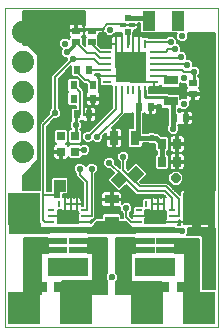
<source format=gtl>
G75*
%MOIN*%
%OFA0B0*%
%FSLAX25Y25*%
%IPPOS*%
%LPD*%
%AMOC8*
5,1,8,0,0,1.08239X$1,22.5*
%
%ADD10C,0.00000*%
%ADD11R,0.03000X0.01000*%
%ADD12R,0.01000X0.03000*%
%ADD13R,0.10400X0.10400*%
%ADD14R,0.02362X0.02953*%
%ADD15R,0.01969X0.01181*%
%ADD16R,0.02165X0.02165*%
%ADD17R,0.03937X0.06693*%
%ADD18R,0.02362X0.02756*%
%ADD19R,0.04724X0.03150*%
%ADD20R,0.02756X0.02362*%
%ADD21R,0.02756X0.03150*%
%ADD22C,0.07400*%
%ADD23R,0.03150X0.04724*%
%ADD24R,0.10630X0.10630*%
%ADD25R,0.02756X0.03543*%
%ADD26R,0.02362X0.00984*%
%ADD27R,0.13780X0.01969*%
%ADD28R,0.06594X0.01969*%
%ADD29R,0.13780X0.06299*%
%ADD30R,0.00984X0.02362*%
%ADD31R,0.03937X0.03937*%
%ADD32R,0.03937X0.03937*%
%ADD33C,0.00600*%
%ADD34OC8,0.02205*%
%ADD35C,0.01000*%
%ADD36R,0.02205X0.02205*%
%ADD37C,0.02400*%
%ADD38C,0.01600*%
%ADD39OC8,0.03150*%
%ADD40C,0.01200*%
%ADD41C,0.00984*%
D10*
X0029368Y0021236D02*
X0029368Y0127535D01*
X0100234Y0127535D01*
X0100234Y0021236D01*
X0029368Y0021236D01*
X0031375Y0023835D02*
X0031377Y0023883D01*
X0031383Y0023931D01*
X0031393Y0023978D01*
X0031406Y0024024D01*
X0031424Y0024069D01*
X0031444Y0024113D01*
X0031469Y0024155D01*
X0031497Y0024194D01*
X0031527Y0024231D01*
X0031561Y0024265D01*
X0031598Y0024297D01*
X0031636Y0024326D01*
X0031677Y0024351D01*
X0031720Y0024373D01*
X0031765Y0024391D01*
X0031811Y0024405D01*
X0031858Y0024416D01*
X0031906Y0024423D01*
X0031954Y0024426D01*
X0032002Y0024425D01*
X0032050Y0024420D01*
X0032098Y0024411D01*
X0032144Y0024399D01*
X0032189Y0024382D01*
X0032233Y0024362D01*
X0032275Y0024339D01*
X0032315Y0024312D01*
X0032353Y0024282D01*
X0032388Y0024249D01*
X0032420Y0024213D01*
X0032450Y0024175D01*
X0032476Y0024134D01*
X0032498Y0024091D01*
X0032518Y0024047D01*
X0032533Y0024002D01*
X0032545Y0023955D01*
X0032553Y0023907D01*
X0032557Y0023859D01*
X0032557Y0023811D01*
X0032553Y0023763D01*
X0032545Y0023715D01*
X0032533Y0023668D01*
X0032518Y0023623D01*
X0032498Y0023579D01*
X0032476Y0023536D01*
X0032450Y0023495D01*
X0032420Y0023457D01*
X0032388Y0023421D01*
X0032353Y0023388D01*
X0032315Y0023358D01*
X0032275Y0023331D01*
X0032233Y0023308D01*
X0032189Y0023288D01*
X0032144Y0023271D01*
X0032098Y0023259D01*
X0032050Y0023250D01*
X0032002Y0023245D01*
X0031954Y0023244D01*
X0031906Y0023247D01*
X0031858Y0023254D01*
X0031811Y0023265D01*
X0031765Y0023279D01*
X0031720Y0023297D01*
X0031677Y0023319D01*
X0031636Y0023344D01*
X0031598Y0023373D01*
X0031561Y0023405D01*
X0031527Y0023439D01*
X0031497Y0023476D01*
X0031469Y0023515D01*
X0031444Y0023557D01*
X0031424Y0023601D01*
X0031406Y0023646D01*
X0031393Y0023692D01*
X0031383Y0023739D01*
X0031377Y0023787D01*
X0031375Y0023835D01*
X0031375Y0031236D02*
X0031377Y0031284D01*
X0031383Y0031332D01*
X0031393Y0031379D01*
X0031406Y0031425D01*
X0031424Y0031470D01*
X0031444Y0031514D01*
X0031469Y0031556D01*
X0031497Y0031595D01*
X0031527Y0031632D01*
X0031561Y0031666D01*
X0031598Y0031698D01*
X0031636Y0031727D01*
X0031677Y0031752D01*
X0031720Y0031774D01*
X0031765Y0031792D01*
X0031811Y0031806D01*
X0031858Y0031817D01*
X0031906Y0031824D01*
X0031954Y0031827D01*
X0032002Y0031826D01*
X0032050Y0031821D01*
X0032098Y0031812D01*
X0032144Y0031800D01*
X0032189Y0031783D01*
X0032233Y0031763D01*
X0032275Y0031740D01*
X0032315Y0031713D01*
X0032353Y0031683D01*
X0032388Y0031650D01*
X0032420Y0031614D01*
X0032450Y0031576D01*
X0032476Y0031535D01*
X0032498Y0031492D01*
X0032518Y0031448D01*
X0032533Y0031403D01*
X0032545Y0031356D01*
X0032553Y0031308D01*
X0032557Y0031260D01*
X0032557Y0031212D01*
X0032553Y0031164D01*
X0032545Y0031116D01*
X0032533Y0031069D01*
X0032518Y0031024D01*
X0032498Y0030980D01*
X0032476Y0030937D01*
X0032450Y0030896D01*
X0032420Y0030858D01*
X0032388Y0030822D01*
X0032353Y0030789D01*
X0032315Y0030759D01*
X0032275Y0030732D01*
X0032233Y0030709D01*
X0032189Y0030689D01*
X0032144Y0030672D01*
X0032098Y0030660D01*
X0032050Y0030651D01*
X0032002Y0030646D01*
X0031954Y0030645D01*
X0031906Y0030648D01*
X0031858Y0030655D01*
X0031811Y0030666D01*
X0031765Y0030680D01*
X0031720Y0030698D01*
X0031677Y0030720D01*
X0031636Y0030745D01*
X0031598Y0030774D01*
X0031561Y0030806D01*
X0031527Y0030840D01*
X0031497Y0030877D01*
X0031469Y0030916D01*
X0031444Y0030958D01*
X0031424Y0031002D01*
X0031406Y0031047D01*
X0031393Y0031093D01*
X0031383Y0031140D01*
X0031377Y0031188D01*
X0031375Y0031236D01*
X0038777Y0031236D02*
X0038779Y0031284D01*
X0038785Y0031332D01*
X0038795Y0031379D01*
X0038808Y0031425D01*
X0038826Y0031470D01*
X0038846Y0031514D01*
X0038871Y0031556D01*
X0038899Y0031595D01*
X0038929Y0031632D01*
X0038963Y0031666D01*
X0039000Y0031698D01*
X0039038Y0031727D01*
X0039079Y0031752D01*
X0039122Y0031774D01*
X0039167Y0031792D01*
X0039213Y0031806D01*
X0039260Y0031817D01*
X0039308Y0031824D01*
X0039356Y0031827D01*
X0039404Y0031826D01*
X0039452Y0031821D01*
X0039500Y0031812D01*
X0039546Y0031800D01*
X0039591Y0031783D01*
X0039635Y0031763D01*
X0039677Y0031740D01*
X0039717Y0031713D01*
X0039755Y0031683D01*
X0039790Y0031650D01*
X0039822Y0031614D01*
X0039852Y0031576D01*
X0039878Y0031535D01*
X0039900Y0031492D01*
X0039920Y0031448D01*
X0039935Y0031403D01*
X0039947Y0031356D01*
X0039955Y0031308D01*
X0039959Y0031260D01*
X0039959Y0031212D01*
X0039955Y0031164D01*
X0039947Y0031116D01*
X0039935Y0031069D01*
X0039920Y0031024D01*
X0039900Y0030980D01*
X0039878Y0030937D01*
X0039852Y0030896D01*
X0039822Y0030858D01*
X0039790Y0030822D01*
X0039755Y0030789D01*
X0039717Y0030759D01*
X0039677Y0030732D01*
X0039635Y0030709D01*
X0039591Y0030689D01*
X0039546Y0030672D01*
X0039500Y0030660D01*
X0039452Y0030651D01*
X0039404Y0030646D01*
X0039356Y0030645D01*
X0039308Y0030648D01*
X0039260Y0030655D01*
X0039213Y0030666D01*
X0039167Y0030680D01*
X0039122Y0030698D01*
X0039079Y0030720D01*
X0039038Y0030745D01*
X0039000Y0030774D01*
X0038963Y0030806D01*
X0038929Y0030840D01*
X0038899Y0030877D01*
X0038871Y0030916D01*
X0038846Y0030958D01*
X0038826Y0031002D01*
X0038808Y0031047D01*
X0038795Y0031093D01*
X0038785Y0031140D01*
X0038779Y0031188D01*
X0038777Y0031236D01*
X0038777Y0023835D02*
X0038779Y0023883D01*
X0038785Y0023931D01*
X0038795Y0023978D01*
X0038808Y0024024D01*
X0038826Y0024069D01*
X0038846Y0024113D01*
X0038871Y0024155D01*
X0038899Y0024194D01*
X0038929Y0024231D01*
X0038963Y0024265D01*
X0039000Y0024297D01*
X0039038Y0024326D01*
X0039079Y0024351D01*
X0039122Y0024373D01*
X0039167Y0024391D01*
X0039213Y0024405D01*
X0039260Y0024416D01*
X0039308Y0024423D01*
X0039356Y0024426D01*
X0039404Y0024425D01*
X0039452Y0024420D01*
X0039500Y0024411D01*
X0039546Y0024399D01*
X0039591Y0024382D01*
X0039635Y0024362D01*
X0039677Y0024339D01*
X0039717Y0024312D01*
X0039755Y0024282D01*
X0039790Y0024249D01*
X0039822Y0024213D01*
X0039852Y0024175D01*
X0039878Y0024134D01*
X0039900Y0024091D01*
X0039920Y0024047D01*
X0039935Y0024002D01*
X0039947Y0023955D01*
X0039955Y0023907D01*
X0039959Y0023859D01*
X0039959Y0023811D01*
X0039955Y0023763D01*
X0039947Y0023715D01*
X0039935Y0023668D01*
X0039920Y0023623D01*
X0039900Y0023579D01*
X0039878Y0023536D01*
X0039852Y0023495D01*
X0039822Y0023457D01*
X0039790Y0023421D01*
X0039755Y0023388D01*
X0039717Y0023358D01*
X0039677Y0023331D01*
X0039635Y0023308D01*
X0039591Y0023288D01*
X0039546Y0023271D01*
X0039500Y0023259D01*
X0039452Y0023250D01*
X0039404Y0023245D01*
X0039356Y0023244D01*
X0039308Y0023247D01*
X0039260Y0023254D01*
X0039213Y0023265D01*
X0039167Y0023279D01*
X0039122Y0023297D01*
X0039079Y0023319D01*
X0039038Y0023344D01*
X0039000Y0023373D01*
X0038963Y0023405D01*
X0038929Y0023439D01*
X0038899Y0023476D01*
X0038871Y0023515D01*
X0038846Y0023557D01*
X0038826Y0023601D01*
X0038808Y0023646D01*
X0038795Y0023692D01*
X0038785Y0023739D01*
X0038779Y0023787D01*
X0038777Y0023835D01*
X0048698Y0023835D02*
X0048700Y0023883D01*
X0048706Y0023931D01*
X0048716Y0023978D01*
X0048729Y0024024D01*
X0048747Y0024069D01*
X0048767Y0024113D01*
X0048792Y0024155D01*
X0048820Y0024194D01*
X0048850Y0024231D01*
X0048884Y0024265D01*
X0048921Y0024297D01*
X0048959Y0024326D01*
X0049000Y0024351D01*
X0049043Y0024373D01*
X0049088Y0024391D01*
X0049134Y0024405D01*
X0049181Y0024416D01*
X0049229Y0024423D01*
X0049277Y0024426D01*
X0049325Y0024425D01*
X0049373Y0024420D01*
X0049421Y0024411D01*
X0049467Y0024399D01*
X0049512Y0024382D01*
X0049556Y0024362D01*
X0049598Y0024339D01*
X0049638Y0024312D01*
X0049676Y0024282D01*
X0049711Y0024249D01*
X0049743Y0024213D01*
X0049773Y0024175D01*
X0049799Y0024134D01*
X0049821Y0024091D01*
X0049841Y0024047D01*
X0049856Y0024002D01*
X0049868Y0023955D01*
X0049876Y0023907D01*
X0049880Y0023859D01*
X0049880Y0023811D01*
X0049876Y0023763D01*
X0049868Y0023715D01*
X0049856Y0023668D01*
X0049841Y0023623D01*
X0049821Y0023579D01*
X0049799Y0023536D01*
X0049773Y0023495D01*
X0049743Y0023457D01*
X0049711Y0023421D01*
X0049676Y0023388D01*
X0049638Y0023358D01*
X0049598Y0023331D01*
X0049556Y0023308D01*
X0049512Y0023288D01*
X0049467Y0023271D01*
X0049421Y0023259D01*
X0049373Y0023250D01*
X0049325Y0023245D01*
X0049277Y0023244D01*
X0049229Y0023247D01*
X0049181Y0023254D01*
X0049134Y0023265D01*
X0049088Y0023279D01*
X0049043Y0023297D01*
X0049000Y0023319D01*
X0048959Y0023344D01*
X0048921Y0023373D01*
X0048884Y0023405D01*
X0048850Y0023439D01*
X0048820Y0023476D01*
X0048792Y0023515D01*
X0048767Y0023557D01*
X0048747Y0023601D01*
X0048729Y0023646D01*
X0048716Y0023692D01*
X0048706Y0023739D01*
X0048700Y0023787D01*
X0048698Y0023835D01*
X0048698Y0031236D02*
X0048700Y0031284D01*
X0048706Y0031332D01*
X0048716Y0031379D01*
X0048729Y0031425D01*
X0048747Y0031470D01*
X0048767Y0031514D01*
X0048792Y0031556D01*
X0048820Y0031595D01*
X0048850Y0031632D01*
X0048884Y0031666D01*
X0048921Y0031698D01*
X0048959Y0031727D01*
X0049000Y0031752D01*
X0049043Y0031774D01*
X0049088Y0031792D01*
X0049134Y0031806D01*
X0049181Y0031817D01*
X0049229Y0031824D01*
X0049277Y0031827D01*
X0049325Y0031826D01*
X0049373Y0031821D01*
X0049421Y0031812D01*
X0049467Y0031800D01*
X0049512Y0031783D01*
X0049556Y0031763D01*
X0049598Y0031740D01*
X0049638Y0031713D01*
X0049676Y0031683D01*
X0049711Y0031650D01*
X0049743Y0031614D01*
X0049773Y0031576D01*
X0049799Y0031535D01*
X0049821Y0031492D01*
X0049841Y0031448D01*
X0049856Y0031403D01*
X0049868Y0031356D01*
X0049876Y0031308D01*
X0049880Y0031260D01*
X0049880Y0031212D01*
X0049876Y0031164D01*
X0049868Y0031116D01*
X0049856Y0031069D01*
X0049841Y0031024D01*
X0049821Y0030980D01*
X0049799Y0030937D01*
X0049773Y0030896D01*
X0049743Y0030858D01*
X0049711Y0030822D01*
X0049676Y0030789D01*
X0049638Y0030759D01*
X0049598Y0030732D01*
X0049556Y0030709D01*
X0049512Y0030689D01*
X0049467Y0030672D01*
X0049421Y0030660D01*
X0049373Y0030651D01*
X0049325Y0030646D01*
X0049277Y0030645D01*
X0049229Y0030648D01*
X0049181Y0030655D01*
X0049134Y0030666D01*
X0049088Y0030680D01*
X0049043Y0030698D01*
X0049000Y0030720D01*
X0048959Y0030745D01*
X0048921Y0030774D01*
X0048884Y0030806D01*
X0048850Y0030840D01*
X0048820Y0030877D01*
X0048792Y0030916D01*
X0048767Y0030958D01*
X0048747Y0031002D01*
X0048729Y0031047D01*
X0048716Y0031093D01*
X0048706Y0031140D01*
X0048700Y0031188D01*
X0048698Y0031236D01*
X0056100Y0031236D02*
X0056102Y0031284D01*
X0056108Y0031332D01*
X0056118Y0031379D01*
X0056131Y0031425D01*
X0056149Y0031470D01*
X0056169Y0031514D01*
X0056194Y0031556D01*
X0056222Y0031595D01*
X0056252Y0031632D01*
X0056286Y0031666D01*
X0056323Y0031698D01*
X0056361Y0031727D01*
X0056402Y0031752D01*
X0056445Y0031774D01*
X0056490Y0031792D01*
X0056536Y0031806D01*
X0056583Y0031817D01*
X0056631Y0031824D01*
X0056679Y0031827D01*
X0056727Y0031826D01*
X0056775Y0031821D01*
X0056823Y0031812D01*
X0056869Y0031800D01*
X0056914Y0031783D01*
X0056958Y0031763D01*
X0057000Y0031740D01*
X0057040Y0031713D01*
X0057078Y0031683D01*
X0057113Y0031650D01*
X0057145Y0031614D01*
X0057175Y0031576D01*
X0057201Y0031535D01*
X0057223Y0031492D01*
X0057243Y0031448D01*
X0057258Y0031403D01*
X0057270Y0031356D01*
X0057278Y0031308D01*
X0057282Y0031260D01*
X0057282Y0031212D01*
X0057278Y0031164D01*
X0057270Y0031116D01*
X0057258Y0031069D01*
X0057243Y0031024D01*
X0057223Y0030980D01*
X0057201Y0030937D01*
X0057175Y0030896D01*
X0057145Y0030858D01*
X0057113Y0030822D01*
X0057078Y0030789D01*
X0057040Y0030759D01*
X0057000Y0030732D01*
X0056958Y0030709D01*
X0056914Y0030689D01*
X0056869Y0030672D01*
X0056823Y0030660D01*
X0056775Y0030651D01*
X0056727Y0030646D01*
X0056679Y0030645D01*
X0056631Y0030648D01*
X0056583Y0030655D01*
X0056536Y0030666D01*
X0056490Y0030680D01*
X0056445Y0030698D01*
X0056402Y0030720D01*
X0056361Y0030745D01*
X0056323Y0030774D01*
X0056286Y0030806D01*
X0056252Y0030840D01*
X0056222Y0030877D01*
X0056194Y0030916D01*
X0056169Y0030958D01*
X0056149Y0031002D01*
X0056131Y0031047D01*
X0056118Y0031093D01*
X0056108Y0031140D01*
X0056102Y0031188D01*
X0056100Y0031236D01*
X0056100Y0023835D02*
X0056102Y0023883D01*
X0056108Y0023931D01*
X0056118Y0023978D01*
X0056131Y0024024D01*
X0056149Y0024069D01*
X0056169Y0024113D01*
X0056194Y0024155D01*
X0056222Y0024194D01*
X0056252Y0024231D01*
X0056286Y0024265D01*
X0056323Y0024297D01*
X0056361Y0024326D01*
X0056402Y0024351D01*
X0056445Y0024373D01*
X0056490Y0024391D01*
X0056536Y0024405D01*
X0056583Y0024416D01*
X0056631Y0024423D01*
X0056679Y0024426D01*
X0056727Y0024425D01*
X0056775Y0024420D01*
X0056823Y0024411D01*
X0056869Y0024399D01*
X0056914Y0024382D01*
X0056958Y0024362D01*
X0057000Y0024339D01*
X0057040Y0024312D01*
X0057078Y0024282D01*
X0057113Y0024249D01*
X0057145Y0024213D01*
X0057175Y0024175D01*
X0057201Y0024134D01*
X0057223Y0024091D01*
X0057243Y0024047D01*
X0057258Y0024002D01*
X0057270Y0023955D01*
X0057278Y0023907D01*
X0057282Y0023859D01*
X0057282Y0023811D01*
X0057278Y0023763D01*
X0057270Y0023715D01*
X0057258Y0023668D01*
X0057243Y0023623D01*
X0057223Y0023579D01*
X0057201Y0023536D01*
X0057175Y0023495D01*
X0057145Y0023457D01*
X0057113Y0023421D01*
X0057078Y0023388D01*
X0057040Y0023358D01*
X0057000Y0023331D01*
X0056958Y0023308D01*
X0056914Y0023288D01*
X0056869Y0023271D01*
X0056823Y0023259D01*
X0056775Y0023250D01*
X0056727Y0023245D01*
X0056679Y0023244D01*
X0056631Y0023247D01*
X0056583Y0023254D01*
X0056536Y0023265D01*
X0056490Y0023279D01*
X0056445Y0023297D01*
X0056402Y0023319D01*
X0056361Y0023344D01*
X0056323Y0023373D01*
X0056286Y0023405D01*
X0056252Y0023439D01*
X0056222Y0023476D01*
X0056194Y0023515D01*
X0056169Y0023557D01*
X0056149Y0023601D01*
X0056131Y0023646D01*
X0056118Y0023692D01*
X0056108Y0023739D01*
X0056102Y0023787D01*
X0056100Y0023835D01*
X0072320Y0023835D02*
X0072322Y0023883D01*
X0072328Y0023931D01*
X0072338Y0023978D01*
X0072351Y0024024D01*
X0072369Y0024069D01*
X0072389Y0024113D01*
X0072414Y0024155D01*
X0072442Y0024194D01*
X0072472Y0024231D01*
X0072506Y0024265D01*
X0072543Y0024297D01*
X0072581Y0024326D01*
X0072622Y0024351D01*
X0072665Y0024373D01*
X0072710Y0024391D01*
X0072756Y0024405D01*
X0072803Y0024416D01*
X0072851Y0024423D01*
X0072899Y0024426D01*
X0072947Y0024425D01*
X0072995Y0024420D01*
X0073043Y0024411D01*
X0073089Y0024399D01*
X0073134Y0024382D01*
X0073178Y0024362D01*
X0073220Y0024339D01*
X0073260Y0024312D01*
X0073298Y0024282D01*
X0073333Y0024249D01*
X0073365Y0024213D01*
X0073395Y0024175D01*
X0073421Y0024134D01*
X0073443Y0024091D01*
X0073463Y0024047D01*
X0073478Y0024002D01*
X0073490Y0023955D01*
X0073498Y0023907D01*
X0073502Y0023859D01*
X0073502Y0023811D01*
X0073498Y0023763D01*
X0073490Y0023715D01*
X0073478Y0023668D01*
X0073463Y0023623D01*
X0073443Y0023579D01*
X0073421Y0023536D01*
X0073395Y0023495D01*
X0073365Y0023457D01*
X0073333Y0023421D01*
X0073298Y0023388D01*
X0073260Y0023358D01*
X0073220Y0023331D01*
X0073178Y0023308D01*
X0073134Y0023288D01*
X0073089Y0023271D01*
X0073043Y0023259D01*
X0072995Y0023250D01*
X0072947Y0023245D01*
X0072899Y0023244D01*
X0072851Y0023247D01*
X0072803Y0023254D01*
X0072756Y0023265D01*
X0072710Y0023279D01*
X0072665Y0023297D01*
X0072622Y0023319D01*
X0072581Y0023344D01*
X0072543Y0023373D01*
X0072506Y0023405D01*
X0072472Y0023439D01*
X0072442Y0023476D01*
X0072414Y0023515D01*
X0072389Y0023557D01*
X0072369Y0023601D01*
X0072351Y0023646D01*
X0072338Y0023692D01*
X0072328Y0023739D01*
X0072322Y0023787D01*
X0072320Y0023835D01*
X0072320Y0031236D02*
X0072322Y0031284D01*
X0072328Y0031332D01*
X0072338Y0031379D01*
X0072351Y0031425D01*
X0072369Y0031470D01*
X0072389Y0031514D01*
X0072414Y0031556D01*
X0072442Y0031595D01*
X0072472Y0031632D01*
X0072506Y0031666D01*
X0072543Y0031698D01*
X0072581Y0031727D01*
X0072622Y0031752D01*
X0072665Y0031774D01*
X0072710Y0031792D01*
X0072756Y0031806D01*
X0072803Y0031817D01*
X0072851Y0031824D01*
X0072899Y0031827D01*
X0072947Y0031826D01*
X0072995Y0031821D01*
X0073043Y0031812D01*
X0073089Y0031800D01*
X0073134Y0031783D01*
X0073178Y0031763D01*
X0073220Y0031740D01*
X0073260Y0031713D01*
X0073298Y0031683D01*
X0073333Y0031650D01*
X0073365Y0031614D01*
X0073395Y0031576D01*
X0073421Y0031535D01*
X0073443Y0031492D01*
X0073463Y0031448D01*
X0073478Y0031403D01*
X0073490Y0031356D01*
X0073498Y0031308D01*
X0073502Y0031260D01*
X0073502Y0031212D01*
X0073498Y0031164D01*
X0073490Y0031116D01*
X0073478Y0031069D01*
X0073463Y0031024D01*
X0073443Y0030980D01*
X0073421Y0030937D01*
X0073395Y0030896D01*
X0073365Y0030858D01*
X0073333Y0030822D01*
X0073298Y0030789D01*
X0073260Y0030759D01*
X0073220Y0030732D01*
X0073178Y0030709D01*
X0073134Y0030689D01*
X0073089Y0030672D01*
X0073043Y0030660D01*
X0072995Y0030651D01*
X0072947Y0030646D01*
X0072899Y0030645D01*
X0072851Y0030648D01*
X0072803Y0030655D01*
X0072756Y0030666D01*
X0072710Y0030680D01*
X0072665Y0030698D01*
X0072622Y0030720D01*
X0072581Y0030745D01*
X0072543Y0030774D01*
X0072506Y0030806D01*
X0072472Y0030840D01*
X0072442Y0030877D01*
X0072414Y0030916D01*
X0072389Y0030958D01*
X0072369Y0031002D01*
X0072351Y0031047D01*
X0072338Y0031093D01*
X0072328Y0031140D01*
X0072322Y0031188D01*
X0072320Y0031236D01*
X0079722Y0031236D02*
X0079724Y0031284D01*
X0079730Y0031332D01*
X0079740Y0031379D01*
X0079753Y0031425D01*
X0079771Y0031470D01*
X0079791Y0031514D01*
X0079816Y0031556D01*
X0079844Y0031595D01*
X0079874Y0031632D01*
X0079908Y0031666D01*
X0079945Y0031698D01*
X0079983Y0031727D01*
X0080024Y0031752D01*
X0080067Y0031774D01*
X0080112Y0031792D01*
X0080158Y0031806D01*
X0080205Y0031817D01*
X0080253Y0031824D01*
X0080301Y0031827D01*
X0080349Y0031826D01*
X0080397Y0031821D01*
X0080445Y0031812D01*
X0080491Y0031800D01*
X0080536Y0031783D01*
X0080580Y0031763D01*
X0080622Y0031740D01*
X0080662Y0031713D01*
X0080700Y0031683D01*
X0080735Y0031650D01*
X0080767Y0031614D01*
X0080797Y0031576D01*
X0080823Y0031535D01*
X0080845Y0031492D01*
X0080865Y0031448D01*
X0080880Y0031403D01*
X0080892Y0031356D01*
X0080900Y0031308D01*
X0080904Y0031260D01*
X0080904Y0031212D01*
X0080900Y0031164D01*
X0080892Y0031116D01*
X0080880Y0031069D01*
X0080865Y0031024D01*
X0080845Y0030980D01*
X0080823Y0030937D01*
X0080797Y0030896D01*
X0080767Y0030858D01*
X0080735Y0030822D01*
X0080700Y0030789D01*
X0080662Y0030759D01*
X0080622Y0030732D01*
X0080580Y0030709D01*
X0080536Y0030689D01*
X0080491Y0030672D01*
X0080445Y0030660D01*
X0080397Y0030651D01*
X0080349Y0030646D01*
X0080301Y0030645D01*
X0080253Y0030648D01*
X0080205Y0030655D01*
X0080158Y0030666D01*
X0080112Y0030680D01*
X0080067Y0030698D01*
X0080024Y0030720D01*
X0079983Y0030745D01*
X0079945Y0030774D01*
X0079908Y0030806D01*
X0079874Y0030840D01*
X0079844Y0030877D01*
X0079816Y0030916D01*
X0079791Y0030958D01*
X0079771Y0031002D01*
X0079753Y0031047D01*
X0079740Y0031093D01*
X0079730Y0031140D01*
X0079724Y0031188D01*
X0079722Y0031236D01*
X0079722Y0023835D02*
X0079724Y0023883D01*
X0079730Y0023931D01*
X0079740Y0023978D01*
X0079753Y0024024D01*
X0079771Y0024069D01*
X0079791Y0024113D01*
X0079816Y0024155D01*
X0079844Y0024194D01*
X0079874Y0024231D01*
X0079908Y0024265D01*
X0079945Y0024297D01*
X0079983Y0024326D01*
X0080024Y0024351D01*
X0080067Y0024373D01*
X0080112Y0024391D01*
X0080158Y0024405D01*
X0080205Y0024416D01*
X0080253Y0024423D01*
X0080301Y0024426D01*
X0080349Y0024425D01*
X0080397Y0024420D01*
X0080445Y0024411D01*
X0080491Y0024399D01*
X0080536Y0024382D01*
X0080580Y0024362D01*
X0080622Y0024339D01*
X0080662Y0024312D01*
X0080700Y0024282D01*
X0080735Y0024249D01*
X0080767Y0024213D01*
X0080797Y0024175D01*
X0080823Y0024134D01*
X0080845Y0024091D01*
X0080865Y0024047D01*
X0080880Y0024002D01*
X0080892Y0023955D01*
X0080900Y0023907D01*
X0080904Y0023859D01*
X0080904Y0023811D01*
X0080900Y0023763D01*
X0080892Y0023715D01*
X0080880Y0023668D01*
X0080865Y0023623D01*
X0080845Y0023579D01*
X0080823Y0023536D01*
X0080797Y0023495D01*
X0080767Y0023457D01*
X0080735Y0023421D01*
X0080700Y0023388D01*
X0080662Y0023358D01*
X0080622Y0023331D01*
X0080580Y0023308D01*
X0080536Y0023288D01*
X0080491Y0023271D01*
X0080445Y0023259D01*
X0080397Y0023250D01*
X0080349Y0023245D01*
X0080301Y0023244D01*
X0080253Y0023247D01*
X0080205Y0023254D01*
X0080158Y0023265D01*
X0080112Y0023279D01*
X0080067Y0023297D01*
X0080024Y0023319D01*
X0079983Y0023344D01*
X0079945Y0023373D01*
X0079908Y0023405D01*
X0079874Y0023439D01*
X0079844Y0023476D01*
X0079816Y0023515D01*
X0079791Y0023557D01*
X0079771Y0023601D01*
X0079753Y0023646D01*
X0079740Y0023692D01*
X0079730Y0023739D01*
X0079724Y0023787D01*
X0079722Y0023835D01*
X0089643Y0023835D02*
X0089645Y0023883D01*
X0089651Y0023931D01*
X0089661Y0023978D01*
X0089674Y0024024D01*
X0089692Y0024069D01*
X0089712Y0024113D01*
X0089737Y0024155D01*
X0089765Y0024194D01*
X0089795Y0024231D01*
X0089829Y0024265D01*
X0089866Y0024297D01*
X0089904Y0024326D01*
X0089945Y0024351D01*
X0089988Y0024373D01*
X0090033Y0024391D01*
X0090079Y0024405D01*
X0090126Y0024416D01*
X0090174Y0024423D01*
X0090222Y0024426D01*
X0090270Y0024425D01*
X0090318Y0024420D01*
X0090366Y0024411D01*
X0090412Y0024399D01*
X0090457Y0024382D01*
X0090501Y0024362D01*
X0090543Y0024339D01*
X0090583Y0024312D01*
X0090621Y0024282D01*
X0090656Y0024249D01*
X0090688Y0024213D01*
X0090718Y0024175D01*
X0090744Y0024134D01*
X0090766Y0024091D01*
X0090786Y0024047D01*
X0090801Y0024002D01*
X0090813Y0023955D01*
X0090821Y0023907D01*
X0090825Y0023859D01*
X0090825Y0023811D01*
X0090821Y0023763D01*
X0090813Y0023715D01*
X0090801Y0023668D01*
X0090786Y0023623D01*
X0090766Y0023579D01*
X0090744Y0023536D01*
X0090718Y0023495D01*
X0090688Y0023457D01*
X0090656Y0023421D01*
X0090621Y0023388D01*
X0090583Y0023358D01*
X0090543Y0023331D01*
X0090501Y0023308D01*
X0090457Y0023288D01*
X0090412Y0023271D01*
X0090366Y0023259D01*
X0090318Y0023250D01*
X0090270Y0023245D01*
X0090222Y0023244D01*
X0090174Y0023247D01*
X0090126Y0023254D01*
X0090079Y0023265D01*
X0090033Y0023279D01*
X0089988Y0023297D01*
X0089945Y0023319D01*
X0089904Y0023344D01*
X0089866Y0023373D01*
X0089829Y0023405D01*
X0089795Y0023439D01*
X0089765Y0023476D01*
X0089737Y0023515D01*
X0089712Y0023557D01*
X0089692Y0023601D01*
X0089674Y0023646D01*
X0089661Y0023692D01*
X0089651Y0023739D01*
X0089645Y0023787D01*
X0089643Y0023835D01*
X0089643Y0031236D02*
X0089645Y0031284D01*
X0089651Y0031332D01*
X0089661Y0031379D01*
X0089674Y0031425D01*
X0089692Y0031470D01*
X0089712Y0031514D01*
X0089737Y0031556D01*
X0089765Y0031595D01*
X0089795Y0031632D01*
X0089829Y0031666D01*
X0089866Y0031698D01*
X0089904Y0031727D01*
X0089945Y0031752D01*
X0089988Y0031774D01*
X0090033Y0031792D01*
X0090079Y0031806D01*
X0090126Y0031817D01*
X0090174Y0031824D01*
X0090222Y0031827D01*
X0090270Y0031826D01*
X0090318Y0031821D01*
X0090366Y0031812D01*
X0090412Y0031800D01*
X0090457Y0031783D01*
X0090501Y0031763D01*
X0090543Y0031740D01*
X0090583Y0031713D01*
X0090621Y0031683D01*
X0090656Y0031650D01*
X0090688Y0031614D01*
X0090718Y0031576D01*
X0090744Y0031535D01*
X0090766Y0031492D01*
X0090786Y0031448D01*
X0090801Y0031403D01*
X0090813Y0031356D01*
X0090821Y0031308D01*
X0090825Y0031260D01*
X0090825Y0031212D01*
X0090821Y0031164D01*
X0090813Y0031116D01*
X0090801Y0031069D01*
X0090786Y0031024D01*
X0090766Y0030980D01*
X0090744Y0030937D01*
X0090718Y0030896D01*
X0090688Y0030858D01*
X0090656Y0030822D01*
X0090621Y0030789D01*
X0090583Y0030759D01*
X0090543Y0030732D01*
X0090501Y0030709D01*
X0090457Y0030689D01*
X0090412Y0030672D01*
X0090366Y0030660D01*
X0090318Y0030651D01*
X0090270Y0030646D01*
X0090222Y0030645D01*
X0090174Y0030648D01*
X0090126Y0030655D01*
X0090079Y0030666D01*
X0090033Y0030680D01*
X0089988Y0030698D01*
X0089945Y0030720D01*
X0089904Y0030745D01*
X0089866Y0030774D01*
X0089829Y0030806D01*
X0089795Y0030840D01*
X0089765Y0030877D01*
X0089737Y0030916D01*
X0089712Y0030958D01*
X0089692Y0031002D01*
X0089674Y0031047D01*
X0089661Y0031093D01*
X0089651Y0031140D01*
X0089645Y0031188D01*
X0089643Y0031236D01*
X0097044Y0031236D02*
X0097046Y0031284D01*
X0097052Y0031332D01*
X0097062Y0031379D01*
X0097075Y0031425D01*
X0097093Y0031470D01*
X0097113Y0031514D01*
X0097138Y0031556D01*
X0097166Y0031595D01*
X0097196Y0031632D01*
X0097230Y0031666D01*
X0097267Y0031698D01*
X0097305Y0031727D01*
X0097346Y0031752D01*
X0097389Y0031774D01*
X0097434Y0031792D01*
X0097480Y0031806D01*
X0097527Y0031817D01*
X0097575Y0031824D01*
X0097623Y0031827D01*
X0097671Y0031826D01*
X0097719Y0031821D01*
X0097767Y0031812D01*
X0097813Y0031800D01*
X0097858Y0031783D01*
X0097902Y0031763D01*
X0097944Y0031740D01*
X0097984Y0031713D01*
X0098022Y0031683D01*
X0098057Y0031650D01*
X0098089Y0031614D01*
X0098119Y0031576D01*
X0098145Y0031535D01*
X0098167Y0031492D01*
X0098187Y0031448D01*
X0098202Y0031403D01*
X0098214Y0031356D01*
X0098222Y0031308D01*
X0098226Y0031260D01*
X0098226Y0031212D01*
X0098222Y0031164D01*
X0098214Y0031116D01*
X0098202Y0031069D01*
X0098187Y0031024D01*
X0098167Y0030980D01*
X0098145Y0030937D01*
X0098119Y0030896D01*
X0098089Y0030858D01*
X0098057Y0030822D01*
X0098022Y0030789D01*
X0097984Y0030759D01*
X0097944Y0030732D01*
X0097902Y0030709D01*
X0097858Y0030689D01*
X0097813Y0030672D01*
X0097767Y0030660D01*
X0097719Y0030651D01*
X0097671Y0030646D01*
X0097623Y0030645D01*
X0097575Y0030648D01*
X0097527Y0030655D01*
X0097480Y0030666D01*
X0097434Y0030680D01*
X0097389Y0030698D01*
X0097346Y0030720D01*
X0097305Y0030745D01*
X0097267Y0030774D01*
X0097230Y0030806D01*
X0097196Y0030840D01*
X0097166Y0030877D01*
X0097138Y0030916D01*
X0097113Y0030958D01*
X0097093Y0031002D01*
X0097075Y0031047D01*
X0097062Y0031093D01*
X0097052Y0031140D01*
X0097046Y0031188D01*
X0097044Y0031236D01*
X0097044Y0023835D02*
X0097046Y0023883D01*
X0097052Y0023931D01*
X0097062Y0023978D01*
X0097075Y0024024D01*
X0097093Y0024069D01*
X0097113Y0024113D01*
X0097138Y0024155D01*
X0097166Y0024194D01*
X0097196Y0024231D01*
X0097230Y0024265D01*
X0097267Y0024297D01*
X0097305Y0024326D01*
X0097346Y0024351D01*
X0097389Y0024373D01*
X0097434Y0024391D01*
X0097480Y0024405D01*
X0097527Y0024416D01*
X0097575Y0024423D01*
X0097623Y0024426D01*
X0097671Y0024425D01*
X0097719Y0024420D01*
X0097767Y0024411D01*
X0097813Y0024399D01*
X0097858Y0024382D01*
X0097902Y0024362D01*
X0097944Y0024339D01*
X0097984Y0024312D01*
X0098022Y0024282D01*
X0098057Y0024249D01*
X0098089Y0024213D01*
X0098119Y0024175D01*
X0098145Y0024134D01*
X0098167Y0024091D01*
X0098187Y0024047D01*
X0098202Y0024002D01*
X0098214Y0023955D01*
X0098222Y0023907D01*
X0098226Y0023859D01*
X0098226Y0023811D01*
X0098222Y0023763D01*
X0098214Y0023715D01*
X0098202Y0023668D01*
X0098187Y0023623D01*
X0098167Y0023579D01*
X0098145Y0023536D01*
X0098119Y0023495D01*
X0098089Y0023457D01*
X0098057Y0023421D01*
X0098022Y0023388D01*
X0097984Y0023358D01*
X0097944Y0023331D01*
X0097902Y0023308D01*
X0097858Y0023288D01*
X0097813Y0023271D01*
X0097767Y0023259D01*
X0097719Y0023250D01*
X0097671Y0023245D01*
X0097623Y0023244D01*
X0097575Y0023247D01*
X0097527Y0023254D01*
X0097480Y0023265D01*
X0097434Y0023279D01*
X0097389Y0023297D01*
X0097346Y0023319D01*
X0097305Y0023344D01*
X0097267Y0023373D01*
X0097230Y0023405D01*
X0097196Y0023439D01*
X0097166Y0023476D01*
X0097138Y0023515D01*
X0097113Y0023557D01*
X0097093Y0023601D01*
X0097075Y0023646D01*
X0097062Y0023692D01*
X0097052Y0023739D01*
X0097046Y0023787D01*
X0097044Y0023835D01*
X0097044Y0056906D02*
X0097046Y0056954D01*
X0097052Y0057002D01*
X0097062Y0057049D01*
X0097075Y0057095D01*
X0097093Y0057140D01*
X0097113Y0057184D01*
X0097138Y0057226D01*
X0097166Y0057265D01*
X0097196Y0057302D01*
X0097230Y0057336D01*
X0097267Y0057368D01*
X0097305Y0057397D01*
X0097346Y0057422D01*
X0097389Y0057444D01*
X0097434Y0057462D01*
X0097480Y0057476D01*
X0097527Y0057487D01*
X0097575Y0057494D01*
X0097623Y0057497D01*
X0097671Y0057496D01*
X0097719Y0057491D01*
X0097767Y0057482D01*
X0097813Y0057470D01*
X0097858Y0057453D01*
X0097902Y0057433D01*
X0097944Y0057410D01*
X0097984Y0057383D01*
X0098022Y0057353D01*
X0098057Y0057320D01*
X0098089Y0057284D01*
X0098119Y0057246D01*
X0098145Y0057205D01*
X0098167Y0057162D01*
X0098187Y0057118D01*
X0098202Y0057073D01*
X0098214Y0057026D01*
X0098222Y0056978D01*
X0098226Y0056930D01*
X0098226Y0056882D01*
X0098222Y0056834D01*
X0098214Y0056786D01*
X0098202Y0056739D01*
X0098187Y0056694D01*
X0098167Y0056650D01*
X0098145Y0056607D01*
X0098119Y0056566D01*
X0098089Y0056528D01*
X0098057Y0056492D01*
X0098022Y0056459D01*
X0097984Y0056429D01*
X0097944Y0056402D01*
X0097902Y0056379D01*
X0097858Y0056359D01*
X0097813Y0056342D01*
X0097767Y0056330D01*
X0097719Y0056321D01*
X0097671Y0056316D01*
X0097623Y0056315D01*
X0097575Y0056318D01*
X0097527Y0056325D01*
X0097480Y0056336D01*
X0097434Y0056350D01*
X0097389Y0056368D01*
X0097346Y0056390D01*
X0097305Y0056415D01*
X0097267Y0056444D01*
X0097230Y0056476D01*
X0097196Y0056510D01*
X0097166Y0056547D01*
X0097138Y0056586D01*
X0097113Y0056628D01*
X0097093Y0056672D01*
X0097075Y0056717D01*
X0097062Y0056763D01*
X0097052Y0056810D01*
X0097046Y0056858D01*
X0097044Y0056906D01*
X0097044Y0064307D02*
X0097046Y0064355D01*
X0097052Y0064403D01*
X0097062Y0064450D01*
X0097075Y0064496D01*
X0097093Y0064541D01*
X0097113Y0064585D01*
X0097138Y0064627D01*
X0097166Y0064666D01*
X0097196Y0064703D01*
X0097230Y0064737D01*
X0097267Y0064769D01*
X0097305Y0064798D01*
X0097346Y0064823D01*
X0097389Y0064845D01*
X0097434Y0064863D01*
X0097480Y0064877D01*
X0097527Y0064888D01*
X0097575Y0064895D01*
X0097623Y0064898D01*
X0097671Y0064897D01*
X0097719Y0064892D01*
X0097767Y0064883D01*
X0097813Y0064871D01*
X0097858Y0064854D01*
X0097902Y0064834D01*
X0097944Y0064811D01*
X0097984Y0064784D01*
X0098022Y0064754D01*
X0098057Y0064721D01*
X0098089Y0064685D01*
X0098119Y0064647D01*
X0098145Y0064606D01*
X0098167Y0064563D01*
X0098187Y0064519D01*
X0098202Y0064474D01*
X0098214Y0064427D01*
X0098222Y0064379D01*
X0098226Y0064331D01*
X0098226Y0064283D01*
X0098222Y0064235D01*
X0098214Y0064187D01*
X0098202Y0064140D01*
X0098187Y0064095D01*
X0098167Y0064051D01*
X0098145Y0064008D01*
X0098119Y0063967D01*
X0098089Y0063929D01*
X0098057Y0063893D01*
X0098022Y0063860D01*
X0097984Y0063830D01*
X0097944Y0063803D01*
X0097902Y0063780D01*
X0097858Y0063760D01*
X0097813Y0063743D01*
X0097767Y0063731D01*
X0097719Y0063722D01*
X0097671Y0063717D01*
X0097623Y0063716D01*
X0097575Y0063719D01*
X0097527Y0063726D01*
X0097480Y0063737D01*
X0097434Y0063751D01*
X0097389Y0063769D01*
X0097346Y0063791D01*
X0097305Y0063816D01*
X0097267Y0063845D01*
X0097230Y0063877D01*
X0097196Y0063911D01*
X0097166Y0063948D01*
X0097138Y0063987D01*
X0097113Y0064029D01*
X0097093Y0064073D01*
X0097075Y0064118D01*
X0097062Y0064164D01*
X0097052Y0064211D01*
X0097046Y0064259D01*
X0097044Y0064307D01*
X0089643Y0064307D02*
X0089645Y0064355D01*
X0089651Y0064403D01*
X0089661Y0064450D01*
X0089674Y0064496D01*
X0089692Y0064541D01*
X0089712Y0064585D01*
X0089737Y0064627D01*
X0089765Y0064666D01*
X0089795Y0064703D01*
X0089829Y0064737D01*
X0089866Y0064769D01*
X0089904Y0064798D01*
X0089945Y0064823D01*
X0089988Y0064845D01*
X0090033Y0064863D01*
X0090079Y0064877D01*
X0090126Y0064888D01*
X0090174Y0064895D01*
X0090222Y0064898D01*
X0090270Y0064897D01*
X0090318Y0064892D01*
X0090366Y0064883D01*
X0090412Y0064871D01*
X0090457Y0064854D01*
X0090501Y0064834D01*
X0090543Y0064811D01*
X0090583Y0064784D01*
X0090621Y0064754D01*
X0090656Y0064721D01*
X0090688Y0064685D01*
X0090718Y0064647D01*
X0090744Y0064606D01*
X0090766Y0064563D01*
X0090786Y0064519D01*
X0090801Y0064474D01*
X0090813Y0064427D01*
X0090821Y0064379D01*
X0090825Y0064331D01*
X0090825Y0064283D01*
X0090821Y0064235D01*
X0090813Y0064187D01*
X0090801Y0064140D01*
X0090786Y0064095D01*
X0090766Y0064051D01*
X0090744Y0064008D01*
X0090718Y0063967D01*
X0090688Y0063929D01*
X0090656Y0063893D01*
X0090621Y0063860D01*
X0090583Y0063830D01*
X0090543Y0063803D01*
X0090501Y0063780D01*
X0090457Y0063760D01*
X0090412Y0063743D01*
X0090366Y0063731D01*
X0090318Y0063722D01*
X0090270Y0063717D01*
X0090222Y0063716D01*
X0090174Y0063719D01*
X0090126Y0063726D01*
X0090079Y0063737D01*
X0090033Y0063751D01*
X0089988Y0063769D01*
X0089945Y0063791D01*
X0089904Y0063816D01*
X0089866Y0063845D01*
X0089829Y0063877D01*
X0089795Y0063911D01*
X0089765Y0063948D01*
X0089737Y0063987D01*
X0089712Y0064029D01*
X0089692Y0064073D01*
X0089674Y0064118D01*
X0089661Y0064164D01*
X0089651Y0064211D01*
X0089645Y0064259D01*
X0089643Y0064307D01*
X0089643Y0056906D02*
X0089645Y0056954D01*
X0089651Y0057002D01*
X0089661Y0057049D01*
X0089674Y0057095D01*
X0089692Y0057140D01*
X0089712Y0057184D01*
X0089737Y0057226D01*
X0089765Y0057265D01*
X0089795Y0057302D01*
X0089829Y0057336D01*
X0089866Y0057368D01*
X0089904Y0057397D01*
X0089945Y0057422D01*
X0089988Y0057444D01*
X0090033Y0057462D01*
X0090079Y0057476D01*
X0090126Y0057487D01*
X0090174Y0057494D01*
X0090222Y0057497D01*
X0090270Y0057496D01*
X0090318Y0057491D01*
X0090366Y0057482D01*
X0090412Y0057470D01*
X0090457Y0057453D01*
X0090501Y0057433D01*
X0090543Y0057410D01*
X0090583Y0057383D01*
X0090621Y0057353D01*
X0090656Y0057320D01*
X0090688Y0057284D01*
X0090718Y0057246D01*
X0090744Y0057205D01*
X0090766Y0057162D01*
X0090786Y0057118D01*
X0090801Y0057073D01*
X0090813Y0057026D01*
X0090821Y0056978D01*
X0090825Y0056930D01*
X0090825Y0056882D01*
X0090821Y0056834D01*
X0090813Y0056786D01*
X0090801Y0056739D01*
X0090786Y0056694D01*
X0090766Y0056650D01*
X0090744Y0056607D01*
X0090718Y0056566D01*
X0090688Y0056528D01*
X0090656Y0056492D01*
X0090621Y0056459D01*
X0090583Y0056429D01*
X0090543Y0056402D01*
X0090501Y0056379D01*
X0090457Y0056359D01*
X0090412Y0056342D01*
X0090366Y0056330D01*
X0090318Y0056321D01*
X0090270Y0056316D01*
X0090222Y0056315D01*
X0090174Y0056318D01*
X0090126Y0056325D01*
X0090079Y0056336D01*
X0090033Y0056350D01*
X0089988Y0056368D01*
X0089945Y0056390D01*
X0089904Y0056415D01*
X0089866Y0056444D01*
X0089829Y0056476D01*
X0089795Y0056510D01*
X0089765Y0056547D01*
X0089737Y0056586D01*
X0089712Y0056628D01*
X0089692Y0056672D01*
X0089674Y0056717D01*
X0089661Y0056763D01*
X0089651Y0056810D01*
X0089645Y0056858D01*
X0089643Y0056906D01*
X0038777Y0056906D02*
X0038779Y0056954D01*
X0038785Y0057002D01*
X0038795Y0057049D01*
X0038808Y0057095D01*
X0038826Y0057140D01*
X0038846Y0057184D01*
X0038871Y0057226D01*
X0038899Y0057265D01*
X0038929Y0057302D01*
X0038963Y0057336D01*
X0039000Y0057368D01*
X0039038Y0057397D01*
X0039079Y0057422D01*
X0039122Y0057444D01*
X0039167Y0057462D01*
X0039213Y0057476D01*
X0039260Y0057487D01*
X0039308Y0057494D01*
X0039356Y0057497D01*
X0039404Y0057496D01*
X0039452Y0057491D01*
X0039500Y0057482D01*
X0039546Y0057470D01*
X0039591Y0057453D01*
X0039635Y0057433D01*
X0039677Y0057410D01*
X0039717Y0057383D01*
X0039755Y0057353D01*
X0039790Y0057320D01*
X0039822Y0057284D01*
X0039852Y0057246D01*
X0039878Y0057205D01*
X0039900Y0057162D01*
X0039920Y0057118D01*
X0039935Y0057073D01*
X0039947Y0057026D01*
X0039955Y0056978D01*
X0039959Y0056930D01*
X0039959Y0056882D01*
X0039955Y0056834D01*
X0039947Y0056786D01*
X0039935Y0056739D01*
X0039920Y0056694D01*
X0039900Y0056650D01*
X0039878Y0056607D01*
X0039852Y0056566D01*
X0039822Y0056528D01*
X0039790Y0056492D01*
X0039755Y0056459D01*
X0039717Y0056429D01*
X0039677Y0056402D01*
X0039635Y0056379D01*
X0039591Y0056359D01*
X0039546Y0056342D01*
X0039500Y0056330D01*
X0039452Y0056321D01*
X0039404Y0056316D01*
X0039356Y0056315D01*
X0039308Y0056318D01*
X0039260Y0056325D01*
X0039213Y0056336D01*
X0039167Y0056350D01*
X0039122Y0056368D01*
X0039079Y0056390D01*
X0039038Y0056415D01*
X0039000Y0056444D01*
X0038963Y0056476D01*
X0038929Y0056510D01*
X0038899Y0056547D01*
X0038871Y0056586D01*
X0038846Y0056628D01*
X0038826Y0056672D01*
X0038808Y0056717D01*
X0038795Y0056763D01*
X0038785Y0056810D01*
X0038779Y0056858D01*
X0038777Y0056906D01*
X0038777Y0064307D02*
X0038779Y0064355D01*
X0038785Y0064403D01*
X0038795Y0064450D01*
X0038808Y0064496D01*
X0038826Y0064541D01*
X0038846Y0064585D01*
X0038871Y0064627D01*
X0038899Y0064666D01*
X0038929Y0064703D01*
X0038963Y0064737D01*
X0039000Y0064769D01*
X0039038Y0064798D01*
X0039079Y0064823D01*
X0039122Y0064845D01*
X0039167Y0064863D01*
X0039213Y0064877D01*
X0039260Y0064888D01*
X0039308Y0064895D01*
X0039356Y0064898D01*
X0039404Y0064897D01*
X0039452Y0064892D01*
X0039500Y0064883D01*
X0039546Y0064871D01*
X0039591Y0064854D01*
X0039635Y0064834D01*
X0039677Y0064811D01*
X0039717Y0064784D01*
X0039755Y0064754D01*
X0039790Y0064721D01*
X0039822Y0064685D01*
X0039852Y0064647D01*
X0039878Y0064606D01*
X0039900Y0064563D01*
X0039920Y0064519D01*
X0039935Y0064474D01*
X0039947Y0064427D01*
X0039955Y0064379D01*
X0039959Y0064331D01*
X0039959Y0064283D01*
X0039955Y0064235D01*
X0039947Y0064187D01*
X0039935Y0064140D01*
X0039920Y0064095D01*
X0039900Y0064051D01*
X0039878Y0064008D01*
X0039852Y0063967D01*
X0039822Y0063929D01*
X0039790Y0063893D01*
X0039755Y0063860D01*
X0039717Y0063830D01*
X0039677Y0063803D01*
X0039635Y0063780D01*
X0039591Y0063760D01*
X0039546Y0063743D01*
X0039500Y0063731D01*
X0039452Y0063722D01*
X0039404Y0063717D01*
X0039356Y0063716D01*
X0039308Y0063719D01*
X0039260Y0063726D01*
X0039213Y0063737D01*
X0039167Y0063751D01*
X0039122Y0063769D01*
X0039079Y0063791D01*
X0039038Y0063816D01*
X0039000Y0063845D01*
X0038963Y0063877D01*
X0038929Y0063911D01*
X0038899Y0063948D01*
X0038871Y0063987D01*
X0038846Y0064029D01*
X0038826Y0064073D01*
X0038808Y0064118D01*
X0038795Y0064164D01*
X0038785Y0064211D01*
X0038779Y0064259D01*
X0038777Y0064307D01*
X0031375Y0064307D02*
X0031377Y0064355D01*
X0031383Y0064403D01*
X0031393Y0064450D01*
X0031406Y0064496D01*
X0031424Y0064541D01*
X0031444Y0064585D01*
X0031469Y0064627D01*
X0031497Y0064666D01*
X0031527Y0064703D01*
X0031561Y0064737D01*
X0031598Y0064769D01*
X0031636Y0064798D01*
X0031677Y0064823D01*
X0031720Y0064845D01*
X0031765Y0064863D01*
X0031811Y0064877D01*
X0031858Y0064888D01*
X0031906Y0064895D01*
X0031954Y0064898D01*
X0032002Y0064897D01*
X0032050Y0064892D01*
X0032098Y0064883D01*
X0032144Y0064871D01*
X0032189Y0064854D01*
X0032233Y0064834D01*
X0032275Y0064811D01*
X0032315Y0064784D01*
X0032353Y0064754D01*
X0032388Y0064721D01*
X0032420Y0064685D01*
X0032450Y0064647D01*
X0032476Y0064606D01*
X0032498Y0064563D01*
X0032518Y0064519D01*
X0032533Y0064474D01*
X0032545Y0064427D01*
X0032553Y0064379D01*
X0032557Y0064331D01*
X0032557Y0064283D01*
X0032553Y0064235D01*
X0032545Y0064187D01*
X0032533Y0064140D01*
X0032518Y0064095D01*
X0032498Y0064051D01*
X0032476Y0064008D01*
X0032450Y0063967D01*
X0032420Y0063929D01*
X0032388Y0063893D01*
X0032353Y0063860D01*
X0032315Y0063830D01*
X0032275Y0063803D01*
X0032233Y0063780D01*
X0032189Y0063760D01*
X0032144Y0063743D01*
X0032098Y0063731D01*
X0032050Y0063722D01*
X0032002Y0063717D01*
X0031954Y0063716D01*
X0031906Y0063719D01*
X0031858Y0063726D01*
X0031811Y0063737D01*
X0031765Y0063751D01*
X0031720Y0063769D01*
X0031677Y0063791D01*
X0031636Y0063816D01*
X0031598Y0063845D01*
X0031561Y0063877D01*
X0031527Y0063911D01*
X0031497Y0063948D01*
X0031469Y0063987D01*
X0031444Y0064029D01*
X0031424Y0064073D01*
X0031406Y0064118D01*
X0031393Y0064164D01*
X0031383Y0064211D01*
X0031377Y0064259D01*
X0031375Y0064307D01*
X0031375Y0056906D02*
X0031377Y0056954D01*
X0031383Y0057002D01*
X0031393Y0057049D01*
X0031406Y0057095D01*
X0031424Y0057140D01*
X0031444Y0057184D01*
X0031469Y0057226D01*
X0031497Y0057265D01*
X0031527Y0057302D01*
X0031561Y0057336D01*
X0031598Y0057368D01*
X0031636Y0057397D01*
X0031677Y0057422D01*
X0031720Y0057444D01*
X0031765Y0057462D01*
X0031811Y0057476D01*
X0031858Y0057487D01*
X0031906Y0057494D01*
X0031954Y0057497D01*
X0032002Y0057496D01*
X0032050Y0057491D01*
X0032098Y0057482D01*
X0032144Y0057470D01*
X0032189Y0057453D01*
X0032233Y0057433D01*
X0032275Y0057410D01*
X0032315Y0057383D01*
X0032353Y0057353D01*
X0032388Y0057320D01*
X0032420Y0057284D01*
X0032450Y0057246D01*
X0032476Y0057205D01*
X0032498Y0057162D01*
X0032518Y0057118D01*
X0032533Y0057073D01*
X0032545Y0057026D01*
X0032553Y0056978D01*
X0032557Y0056930D01*
X0032557Y0056882D01*
X0032553Y0056834D01*
X0032545Y0056786D01*
X0032533Y0056739D01*
X0032518Y0056694D01*
X0032498Y0056650D01*
X0032476Y0056607D01*
X0032450Y0056566D01*
X0032420Y0056528D01*
X0032388Y0056492D01*
X0032353Y0056459D01*
X0032315Y0056429D01*
X0032275Y0056402D01*
X0032233Y0056379D01*
X0032189Y0056359D01*
X0032144Y0056342D01*
X0032098Y0056330D01*
X0032050Y0056321D01*
X0032002Y0056316D01*
X0031954Y0056315D01*
X0031906Y0056318D01*
X0031858Y0056325D01*
X0031811Y0056336D01*
X0031765Y0056350D01*
X0031720Y0056368D01*
X0031677Y0056390D01*
X0031636Y0056415D01*
X0031598Y0056444D01*
X0031561Y0056476D01*
X0031527Y0056510D01*
X0031497Y0056547D01*
X0031469Y0056586D01*
X0031444Y0056628D01*
X0031424Y0056672D01*
X0031406Y0056717D01*
X0031393Y0056763D01*
X0031383Y0056810D01*
X0031377Y0056858D01*
X0031375Y0056906D01*
D11*
X0063350Y0102929D03*
X0063350Y0104898D03*
X0063350Y0106866D03*
X0063350Y0108835D03*
X0063350Y0110803D03*
X0063350Y0112772D03*
X0078850Y0112772D03*
X0078850Y0110803D03*
X0078850Y0108835D03*
X0078850Y0106866D03*
X0078850Y0104898D03*
X0078850Y0102929D03*
D12*
X0076021Y0100100D03*
X0074053Y0100100D03*
X0072084Y0100100D03*
X0070116Y0100100D03*
X0068147Y0100100D03*
X0066179Y0100100D03*
X0066179Y0115600D03*
X0068147Y0115600D03*
X0070116Y0115600D03*
X0072084Y0115600D03*
X0074053Y0115600D03*
X0076021Y0115600D03*
D13*
X0071100Y0107850D03*
D14*
X0058600Y0101807D03*
X0058600Y0097358D03*
X0052104Y0097358D03*
X0052104Y0101807D03*
D15*
X0068738Y0122024D03*
X0071494Y0122024D03*
D16*
X0070116Y0119661D03*
X0070116Y0124386D03*
D17*
X0077202Y0123402D03*
X0087045Y0123402D03*
D18*
X0077793Y0094465D03*
X0073856Y0094465D03*
X0085667Y0090921D03*
X0089604Y0090921D03*
X0057320Y0092102D03*
X0053383Y0092102D03*
X0053383Y0106866D03*
X0057320Y0106866D03*
D19*
X0084486Y0103520D03*
X0084486Y0096433D03*
X0064801Y0063756D03*
X0064801Y0056669D03*
D20*
X0091966Y0098795D03*
X0091966Y0102732D03*
X0058108Y0116118D03*
X0058108Y0120055D03*
X0052990Y0120055D03*
X0052990Y0116118D03*
D21*
X0052596Y0084819D03*
X0052596Y0079701D03*
X0047872Y0079701D03*
X0047872Y0084819D03*
D22*
X0035273Y0089504D03*
X0035273Y0099504D03*
X0035273Y0109504D03*
X0035273Y0119504D03*
X0035273Y0079504D03*
D23*
X0065588Y0084228D03*
X0072675Y0084228D03*
D24*
X0093935Y0060606D03*
X0093935Y0027535D03*
X0076612Y0027535D03*
X0052990Y0027535D03*
X0035667Y0027535D03*
X0035667Y0060606D03*
D25*
X0041769Y0034583D03*
X0046887Y0034583D03*
X0082714Y0034583D03*
X0087832Y0034583D03*
X0086651Y0076354D03*
X0086651Y0082260D03*
X0081533Y0082260D03*
X0081533Y0076354D03*
D26*
X0084880Y0060114D03*
X0084880Y0058146D03*
X0084880Y0056177D03*
X0073856Y0056177D03*
X0073856Y0058146D03*
X0073856Y0060114D03*
X0055746Y0060114D03*
X0055746Y0058146D03*
X0055746Y0056177D03*
X0044722Y0056177D03*
X0044722Y0058146D03*
X0044722Y0060114D03*
D27*
X0050234Y0053520D03*
X0079368Y0053520D03*
D28*
X0082962Y0049976D03*
X0082962Y0046827D03*
X0075773Y0046827D03*
X0075773Y0049976D03*
X0053828Y0049976D03*
X0053828Y0046827D03*
X0046639Y0046827D03*
X0046639Y0049976D03*
D29*
X0050234Y0041118D03*
X0079368Y0041118D03*
D30*
X0080352Y0062181D03*
X0078383Y0062181D03*
X0076415Y0062181D03*
X0082320Y0062181D03*
X0053187Y0062181D03*
X0051218Y0062181D03*
X0049250Y0062181D03*
X0047281Y0062181D03*
D31*
G36*
X0069994Y0070334D02*
X0067211Y0067551D01*
X0064428Y0070334D01*
X0067211Y0073117D01*
X0069994Y0070334D01*
G37*
G36*
X0075736Y0072302D02*
X0072953Y0069519D01*
X0070170Y0072302D01*
X0072953Y0075085D01*
X0075736Y0072302D01*
G37*
D32*
X0047557Y0068362D03*
D33*
X0050425Y0068519D02*
X0055333Y0068519D01*
X0055333Y0069117D02*
X0050425Y0069117D01*
X0050425Y0069716D02*
X0054743Y0069716D01*
X0055333Y0069125D02*
X0055333Y0061506D01*
X0054779Y0061506D01*
X0054779Y0062181D01*
X0053187Y0062181D01*
X0053187Y0062181D01*
X0054779Y0062181D01*
X0054779Y0063507D01*
X0054704Y0063787D01*
X0054559Y0064038D01*
X0054354Y0064242D01*
X0054103Y0064387D01*
X0053824Y0064462D01*
X0053187Y0064462D01*
X0053187Y0062181D01*
X0053187Y0059900D01*
X0053665Y0059900D01*
X0053665Y0059249D01*
X0053784Y0059130D01*
X0053665Y0059011D01*
X0053665Y0057310D01*
X0053540Y0057094D01*
X0053465Y0056814D01*
X0053465Y0056177D01*
X0053465Y0055994D01*
X0046803Y0055994D01*
X0046803Y0057012D01*
X0046928Y0057229D01*
X0047003Y0057509D01*
X0047003Y0058146D01*
X0047003Y0058783D01*
X0046928Y0059062D01*
X0046803Y0059279D01*
X0046803Y0060100D01*
X0048116Y0060100D01*
X0048333Y0059975D01*
X0048613Y0059900D01*
X0049250Y0059900D01*
X0049887Y0059900D01*
X0050166Y0059975D01*
X0050234Y0060014D01*
X0050301Y0059975D01*
X0050581Y0059900D01*
X0051218Y0059900D01*
X0051218Y0062181D01*
X0049250Y0062181D01*
X0049250Y0062181D01*
X0050842Y0062181D01*
X0051218Y0062181D01*
X0051218Y0062181D01*
X0051218Y0062181D01*
X0051218Y0059900D01*
X0051855Y0059900D01*
X0052135Y0059975D01*
X0052202Y0060014D01*
X0052270Y0059975D01*
X0052550Y0059900D01*
X0053187Y0059900D01*
X0053187Y0062181D01*
X0053187Y0062181D01*
X0053187Y0062181D01*
X0053187Y0064462D01*
X0052550Y0064462D01*
X0052270Y0064387D01*
X0052202Y0064348D01*
X0052135Y0064387D01*
X0051855Y0064462D01*
X0051218Y0064462D01*
X0050581Y0064462D01*
X0050301Y0064387D01*
X0050234Y0064348D01*
X0050166Y0064387D01*
X0049887Y0064462D01*
X0049250Y0064462D01*
X0049250Y0062181D01*
X0049250Y0059900D01*
X0049250Y0062181D01*
X0049250Y0062181D01*
X0049250Y0062181D01*
X0049250Y0064462D01*
X0048693Y0064462D01*
X0048693Y0065494D01*
X0049898Y0065494D01*
X0050425Y0066021D01*
X0050425Y0070703D01*
X0049898Y0071231D01*
X0045215Y0071231D01*
X0044688Y0070703D01*
X0044688Y0066531D01*
X0043166Y0066531D01*
X0043166Y0088062D01*
X0045598Y0090494D01*
X0046733Y0090494D01*
X0047905Y0091667D01*
X0047905Y0093325D01*
X0047103Y0094128D01*
X0047103Y0104007D01*
X0051302Y0108206D01*
X0051302Y0105115D01*
X0051830Y0104588D01*
X0053374Y0104588D01*
X0055564Y0102398D01*
X0056312Y0102398D01*
X0056519Y0102191D01*
X0056519Y0099958D01*
X0056755Y0099722D01*
X0056743Y0099715D01*
X0056539Y0099510D01*
X0056394Y0099259D01*
X0056319Y0098979D01*
X0056319Y0097649D01*
X0058309Y0097649D01*
X0058309Y0097068D01*
X0056319Y0097068D01*
X0056319Y0095737D01*
X0056394Y0095457D01*
X0056539Y0095206D01*
X0056743Y0095002D01*
X0056994Y0094857D01*
X0057274Y0094782D01*
X0058309Y0094782D01*
X0058309Y0097068D01*
X0058891Y0097068D01*
X0058891Y0097649D01*
X0060881Y0097649D01*
X0060881Y0098979D01*
X0060806Y0099259D01*
X0060661Y0099510D01*
X0060457Y0099715D01*
X0060445Y0099722D01*
X0060681Y0099958D01*
X0060681Y0103656D01*
X0060189Y0104148D01*
X0060189Y0104680D01*
X0059662Y0105207D01*
X0059402Y0105207D01*
X0059402Y0105666D01*
X0060783Y0105666D01*
X0060750Y0105542D01*
X0060750Y0104898D01*
X0063350Y0104898D01*
X0063350Y0104898D01*
X0071100Y0104898D01*
X0071100Y0107850D01*
X0066179Y0107850D01*
X0066179Y0117496D01*
X0066179Y0117597D02*
X0066179Y0117597D01*
X0066179Y0118195D02*
X0066179Y0118195D01*
X0066179Y0118200D02*
X0065534Y0118200D01*
X0065254Y0118125D01*
X0065003Y0117981D01*
X0064799Y0117776D01*
X0064654Y0117525D01*
X0064579Y0117245D01*
X0064579Y0115600D01*
X0064579Y0114172D01*
X0061477Y0114172D01*
X0061417Y0114112D01*
X0060386Y0115144D01*
X0060386Y0117672D01*
X0060100Y0117958D01*
X0060161Y0117994D01*
X0060366Y0118199D01*
X0060511Y0118449D01*
X0060586Y0118729D01*
X0060586Y0119155D01*
X0062436Y0119155D01*
X0063381Y0118210D01*
X0065040Y0118210D01*
X0065985Y0119155D01*
X0068133Y0119155D01*
X0068133Y0118206D01*
X0068139Y0118200D01*
X0067502Y0118200D01*
X0067223Y0118125D01*
X0067163Y0118091D01*
X0067103Y0118125D01*
X0066824Y0118200D01*
X0066179Y0118200D01*
X0066179Y0115601D01*
X0066179Y0115601D01*
X0066179Y0118200D01*
X0066843Y0118195D02*
X0067483Y0118195D01*
X0068133Y0118794D02*
X0065623Y0118794D01*
X0065514Y0118195D02*
X0060362Y0118195D01*
X0060386Y0117597D02*
X0064695Y0117597D01*
X0064579Y0116998D02*
X0060386Y0116998D01*
X0060386Y0116400D02*
X0064579Y0116400D01*
X0064579Y0115801D02*
X0060386Y0115801D01*
X0060386Y0115202D02*
X0064579Y0115202D01*
X0064579Y0115600D02*
X0066179Y0115600D01*
X0066179Y0115600D01*
X0064579Y0115600D01*
X0064579Y0114604D02*
X0060925Y0114604D01*
X0061061Y0112772D02*
X0058305Y0115528D01*
X0058108Y0116118D01*
X0055830Y0116400D02*
X0055268Y0116400D01*
X0055268Y0116998D02*
X0055830Y0116998D01*
X0055830Y0117597D02*
X0055268Y0117597D01*
X0055268Y0117672D02*
X0054981Y0117958D01*
X0055043Y0117994D01*
X0055248Y0118199D01*
X0055393Y0118449D01*
X0055468Y0118729D01*
X0055468Y0119765D01*
X0053280Y0119765D01*
X0053280Y0120346D01*
X0052699Y0120346D01*
X0052699Y0122336D01*
X0051467Y0122336D01*
X0051187Y0122261D01*
X0050936Y0122116D01*
X0050732Y0121912D01*
X0050587Y0121661D01*
X0050512Y0121381D01*
X0050512Y0120346D01*
X0052699Y0120346D01*
X0052699Y0119765D01*
X0050512Y0119765D01*
X0050512Y0118729D01*
X0050587Y0118449D01*
X0050732Y0118199D01*
X0050936Y0117994D01*
X0050998Y0117958D01*
X0050712Y0117672D01*
X0050712Y0117094D01*
X0050079Y0117727D01*
X0048420Y0117727D01*
X0047247Y0116554D01*
X0047247Y0114895D01*
X0048229Y0113913D01*
X0047917Y0113601D01*
X0047917Y0111942D01*
X0049089Y0110769D01*
X0050003Y0110769D01*
X0050003Y0110301D01*
X0044703Y0105001D01*
X0044703Y0094128D01*
X0043901Y0093325D01*
X0043901Y0092191D01*
X0041469Y0089759D01*
X0040766Y0089056D01*
X0040766Y0066821D01*
X0035273Y0066821D01*
X0035273Y0071630D01*
X0040391Y0076748D01*
X0040391Y0111787D01*
X0037121Y0115058D01*
X0037789Y0115399D01*
X0038400Y0115843D01*
X0038934Y0116377D01*
X0039379Y0116988D01*
X0039722Y0117661D01*
X0039955Y0118380D01*
X0040073Y0119126D01*
X0040073Y0119204D01*
X0035573Y0119204D01*
X0035573Y0119804D01*
X0035273Y0119804D01*
X0035273Y0126448D01*
X0056027Y0126448D01*
X0056027Y0122089D01*
X0055850Y0121912D01*
X0055705Y0121661D01*
X0055630Y0121381D01*
X0055630Y0120346D01*
X0056027Y0120346D01*
X0056027Y0119765D01*
X0055630Y0119765D01*
X0055630Y0118729D01*
X0055705Y0118449D01*
X0055850Y0118199D01*
X0056055Y0117994D01*
X0056116Y0117958D01*
X0055830Y0117672D01*
X0055830Y0114975D01*
X0055268Y0115537D01*
X0055268Y0117672D01*
X0055244Y0118195D02*
X0055853Y0118195D01*
X0055630Y0118794D02*
X0055468Y0118794D01*
X0055468Y0119392D02*
X0055630Y0119392D01*
X0056027Y0119991D02*
X0053280Y0119991D01*
X0053280Y0120346D02*
X0055468Y0120346D01*
X0055468Y0121381D01*
X0055393Y0121661D01*
X0055248Y0121912D01*
X0055043Y0122116D01*
X0054792Y0122261D01*
X0054513Y0122336D01*
X0053280Y0122336D01*
X0053280Y0120346D01*
X0053280Y0120589D02*
X0052699Y0120589D01*
X0052699Y0119991D02*
X0040056Y0119991D01*
X0040073Y0119882D02*
X0039955Y0120628D01*
X0039722Y0121346D01*
X0039379Y0122020D01*
X0038934Y0122631D01*
X0038400Y0123165D01*
X0037789Y0123609D01*
X0037116Y0123952D01*
X0036397Y0124186D01*
X0035651Y0124304D01*
X0035573Y0124304D01*
X0035573Y0119804D01*
X0040073Y0119804D01*
X0040073Y0119882D01*
X0039961Y0120589D02*
X0050512Y0120589D01*
X0050512Y0121188D02*
X0039773Y0121188D01*
X0039498Y0121786D02*
X0050659Y0121786D01*
X0052699Y0121786D02*
X0053280Y0121786D01*
X0053280Y0121188D02*
X0052699Y0121188D01*
X0055320Y0121786D02*
X0055777Y0121786D01*
X0055630Y0121188D02*
X0055468Y0121188D01*
X0055468Y0120589D02*
X0055630Y0120589D01*
X0056027Y0122385D02*
X0039113Y0122385D01*
X0038582Y0122983D02*
X0056027Y0122983D01*
X0056027Y0123582D02*
X0037827Y0123582D01*
X0036414Y0124180D02*
X0056027Y0124180D01*
X0056027Y0124779D02*
X0035273Y0124779D01*
X0035273Y0125377D02*
X0056027Y0125377D01*
X0056027Y0125976D02*
X0035273Y0125976D01*
X0035273Y0124180D02*
X0035573Y0124180D01*
X0035573Y0123582D02*
X0035273Y0123582D01*
X0035273Y0122983D02*
X0035573Y0122983D01*
X0035573Y0122385D02*
X0035273Y0122385D01*
X0035273Y0121786D02*
X0035573Y0121786D01*
X0035573Y0121188D02*
X0035273Y0121188D01*
X0035273Y0120589D02*
X0035573Y0120589D01*
X0035573Y0119991D02*
X0035273Y0119991D01*
X0035573Y0119392D02*
X0050512Y0119392D01*
X0050512Y0118794D02*
X0040021Y0118794D01*
X0039895Y0118195D02*
X0050735Y0118195D01*
X0050712Y0117597D02*
X0050209Y0117597D01*
X0048290Y0117597D02*
X0039689Y0117597D01*
X0039384Y0116998D02*
X0047691Y0116998D01*
X0047247Y0116400D02*
X0038951Y0116400D01*
X0038343Y0115801D02*
X0047247Y0115801D01*
X0047247Y0115202D02*
X0037404Y0115202D01*
X0037575Y0114604D02*
X0047538Y0114604D01*
X0048137Y0114005D02*
X0038173Y0114005D01*
X0038772Y0113407D02*
X0047917Y0113407D01*
X0047917Y0112808D02*
X0039370Y0112808D01*
X0039969Y0112210D02*
X0047917Y0112210D01*
X0048247Y0111611D02*
X0040391Y0111611D01*
X0040391Y0111013D02*
X0048846Y0111013D01*
X0050003Y0110414D02*
X0040391Y0110414D01*
X0040391Y0109816D02*
X0049518Y0109816D01*
X0048920Y0109217D02*
X0040391Y0109217D01*
X0040391Y0108619D02*
X0048321Y0108619D01*
X0047723Y0108020D02*
X0040391Y0108020D01*
X0040391Y0107422D02*
X0047124Y0107422D01*
X0046526Y0106823D02*
X0040391Y0106823D01*
X0040391Y0106225D02*
X0045927Y0106225D01*
X0045328Y0105626D02*
X0040391Y0105626D01*
X0040391Y0105028D02*
X0044730Y0105028D01*
X0044703Y0104429D02*
X0040391Y0104429D01*
X0040391Y0103831D02*
X0044703Y0103831D01*
X0044703Y0103232D02*
X0040391Y0103232D01*
X0040391Y0102634D02*
X0044703Y0102634D01*
X0044703Y0102035D02*
X0040391Y0102035D01*
X0040391Y0101437D02*
X0044703Y0101437D01*
X0044703Y0100838D02*
X0040391Y0100838D01*
X0040391Y0100240D02*
X0044703Y0100240D01*
X0044703Y0099641D02*
X0040391Y0099641D01*
X0040391Y0099043D02*
X0044703Y0099043D01*
X0044703Y0098444D02*
X0040391Y0098444D01*
X0040391Y0097846D02*
X0044703Y0097846D01*
X0044703Y0097247D02*
X0040391Y0097247D01*
X0040391Y0096649D02*
X0044703Y0096649D01*
X0044703Y0096050D02*
X0040391Y0096050D01*
X0040391Y0095452D02*
X0044703Y0095452D01*
X0044703Y0094853D02*
X0040391Y0094853D01*
X0040391Y0094255D02*
X0044703Y0094255D01*
X0044231Y0093656D02*
X0040391Y0093656D01*
X0040391Y0093058D02*
X0043901Y0093058D01*
X0043901Y0092459D02*
X0040391Y0092459D01*
X0040391Y0091861D02*
X0043571Y0091861D01*
X0042972Y0091262D02*
X0040391Y0091262D01*
X0040391Y0090664D02*
X0042374Y0090664D01*
X0041775Y0090065D02*
X0040391Y0090065D01*
X0040391Y0089467D02*
X0041177Y0089467D01*
X0040766Y0088868D02*
X0040391Y0088868D01*
X0040391Y0088269D02*
X0040766Y0088269D01*
X0040766Y0087671D02*
X0040391Y0087671D01*
X0040391Y0087072D02*
X0040766Y0087072D01*
X0040766Y0086474D02*
X0040391Y0086474D01*
X0040391Y0085875D02*
X0040766Y0085875D01*
X0040766Y0085277D02*
X0040391Y0085277D01*
X0040391Y0084678D02*
X0040766Y0084678D01*
X0040766Y0084080D02*
X0040391Y0084080D01*
X0040391Y0083481D02*
X0040766Y0083481D01*
X0040766Y0082883D02*
X0040391Y0082883D01*
X0040391Y0082284D02*
X0040766Y0082284D01*
X0040766Y0081686D02*
X0040391Y0081686D01*
X0040391Y0081087D02*
X0040766Y0081087D01*
X0040766Y0080489D02*
X0040391Y0080489D01*
X0040391Y0079890D02*
X0040766Y0079890D01*
X0040766Y0079292D02*
X0040391Y0079292D01*
X0040391Y0078693D02*
X0040766Y0078693D01*
X0040766Y0078095D02*
X0040391Y0078095D01*
X0040391Y0077496D02*
X0040766Y0077496D01*
X0040766Y0076898D02*
X0040391Y0076898D01*
X0040766Y0076299D02*
X0039943Y0076299D01*
X0039344Y0075701D02*
X0040766Y0075701D01*
X0040766Y0075102D02*
X0038746Y0075102D01*
X0038147Y0074504D02*
X0040766Y0074504D01*
X0040766Y0073905D02*
X0037549Y0073905D01*
X0036950Y0073307D02*
X0040766Y0073307D01*
X0040766Y0072708D02*
X0036352Y0072708D01*
X0035753Y0072110D02*
X0040766Y0072110D01*
X0040766Y0071511D02*
X0035273Y0071511D01*
X0035273Y0070913D02*
X0040766Y0070913D01*
X0040766Y0070314D02*
X0035273Y0070314D01*
X0035273Y0069716D02*
X0040766Y0069716D01*
X0040766Y0069117D02*
X0035273Y0069117D01*
X0035273Y0068519D02*
X0040766Y0068519D01*
X0040766Y0067920D02*
X0035273Y0067920D01*
X0035273Y0067322D02*
X0040766Y0067322D01*
X0041966Y0065331D02*
X0041966Y0088559D01*
X0045903Y0092496D01*
X0045903Y0104504D01*
X0052006Y0110606D01*
X0058895Y0110606D01*
X0060667Y0108835D01*
X0063350Y0108835D01*
X0063350Y0110803D02*
X0060903Y0110803D01*
X0059131Y0112575D01*
X0056533Y0112575D01*
X0052990Y0116118D01*
X0052990Y0115606D01*
X0052754Y0115606D01*
X0055268Y0115801D02*
X0055830Y0115801D01*
X0055830Y0115202D02*
X0055602Y0115202D01*
X0060586Y0118794D02*
X0062798Y0118794D01*
X0061848Y0118874D02*
X0061848Y0120724D01*
X0063383Y0122260D01*
X0068895Y0122260D01*
X0069244Y0122024D02*
X0070822Y0122024D01*
X0071494Y0122024D01*
X0073578Y0122024D01*
X0073578Y0122686D01*
X0074334Y0122686D01*
X0074334Y0119682D01*
X0074861Y0119155D01*
X0086620Y0119155D01*
X0086420Y0118955D01*
X0086420Y0117297D01*
X0087593Y0116124D01*
X0089252Y0116124D01*
X0090425Y0117297D01*
X0090425Y0118955D01*
X0090225Y0119155D01*
X0099146Y0119155D01*
X0099146Y0067021D01*
X0094235Y0067021D01*
X0094235Y0060906D01*
X0093635Y0060906D01*
X0093635Y0067021D01*
X0088475Y0067021D01*
X0088195Y0066946D01*
X0087944Y0066801D01*
X0087739Y0066597D01*
X0087595Y0066346D01*
X0087520Y0066066D01*
X0087520Y0065175D01*
X0084111Y0068584D01*
X0083408Y0069287D01*
X0074747Y0069287D01*
X0074371Y0069663D01*
X0076637Y0071929D01*
X0076637Y0072675D01*
X0073326Y0075986D01*
X0072580Y0075986D01*
X0070314Y0073719D01*
X0069938Y0074095D01*
X0069938Y0076297D01*
X0070740Y0077100D01*
X0070740Y0078759D01*
X0069567Y0079931D01*
X0067908Y0079931D01*
X0066735Y0078759D01*
X0066735Y0077100D01*
X0067538Y0076297D01*
X0067538Y0074133D01*
X0066016Y0075655D01*
X0066016Y0076790D01*
X0064843Y0077963D01*
X0063184Y0077963D01*
X0062011Y0076790D01*
X0062011Y0075131D01*
X0063184Y0073958D01*
X0064319Y0073958D01*
X0065549Y0072728D01*
X0063527Y0070706D01*
X0063527Y0069961D01*
X0066838Y0066650D01*
X0067584Y0066650D01*
X0069605Y0068672D01*
X0072965Y0065312D01*
X0082020Y0065312D01*
X0082870Y0064462D01*
X0082321Y0064462D01*
X0082321Y0062181D01*
X0082321Y0059900D01*
X0082798Y0059900D01*
X0082798Y0059249D01*
X0082918Y0059130D01*
X0082798Y0059011D01*
X0082798Y0057310D01*
X0082673Y0057094D01*
X0082598Y0056814D01*
X0082598Y0056177D01*
X0082598Y0055994D01*
X0075937Y0055994D01*
X0075937Y0057012D01*
X0076062Y0057229D01*
X0076137Y0057509D01*
X0076137Y0058146D01*
X0076137Y0058783D01*
X0076062Y0059062D01*
X0075937Y0059279D01*
X0075937Y0060100D01*
X0077250Y0060100D01*
X0077467Y0059975D01*
X0077747Y0059900D01*
X0078383Y0059900D01*
X0078383Y0062181D01*
X0078384Y0062181D01*
X0078384Y0062181D01*
X0080352Y0062181D01*
X0080352Y0059900D01*
X0080989Y0059900D01*
X0081269Y0059975D01*
X0081336Y0060014D01*
X0081404Y0059975D01*
X0081684Y0059900D01*
X0082320Y0059900D01*
X0082320Y0062181D01*
X0080352Y0062181D01*
X0080352Y0062181D01*
X0080352Y0062181D01*
X0080352Y0059900D01*
X0079715Y0059900D01*
X0079435Y0059975D01*
X0079368Y0060014D01*
X0079300Y0059975D01*
X0079020Y0059900D01*
X0078384Y0059900D01*
X0078384Y0062181D01*
X0079976Y0062181D01*
X0080352Y0062181D01*
X0081944Y0062181D01*
X0082320Y0062181D01*
X0082320Y0062181D01*
X0082321Y0062181D01*
X0082320Y0062181D01*
X0082320Y0064462D01*
X0081684Y0064462D01*
X0081404Y0064387D01*
X0081336Y0064348D01*
X0081269Y0064387D01*
X0080989Y0064462D01*
X0080352Y0064462D01*
X0080352Y0062181D01*
X0080352Y0062181D01*
X0080352Y0062181D01*
X0080352Y0064462D01*
X0079715Y0064462D01*
X0079435Y0064387D01*
X0079368Y0064348D01*
X0079300Y0064387D01*
X0079020Y0064462D01*
X0078384Y0064462D01*
X0078384Y0062181D01*
X0078383Y0062181D01*
X0078383Y0064462D01*
X0077747Y0064462D01*
X0077467Y0064387D01*
X0077250Y0064262D01*
X0075550Y0064262D01*
X0075023Y0063735D01*
X0075023Y0061506D01*
X0072302Y0061506D01*
X0071775Y0060979D01*
X0071775Y0059279D01*
X0071650Y0059062D01*
X0071575Y0058783D01*
X0071575Y0058146D01*
X0073856Y0058146D01*
X0076137Y0058146D01*
X0073856Y0058146D01*
X0073856Y0058146D01*
X0073856Y0058146D01*
X0071575Y0058146D01*
X0071575Y0057695D01*
X0070922Y0058347D01*
X0070922Y0059171D01*
X0071724Y0059974D01*
X0071724Y0061633D01*
X0070551Y0062805D01*
X0068893Y0062805D01*
X0068263Y0062176D01*
X0068263Y0063456D01*
X0065101Y0063456D01*
X0065101Y0064056D01*
X0068263Y0064056D01*
X0068263Y0065476D01*
X0068188Y0065755D01*
X0068043Y0066006D01*
X0067838Y0066211D01*
X0067588Y0066356D01*
X0067308Y0066431D01*
X0065101Y0066431D01*
X0065101Y0064056D01*
X0064501Y0064056D01*
X0064501Y0066431D01*
X0062294Y0066431D01*
X0062014Y0066356D01*
X0061763Y0066211D01*
X0061558Y0066006D01*
X0061414Y0065755D01*
X0061339Y0065476D01*
X0061339Y0064056D01*
X0064501Y0064056D01*
X0064501Y0063456D01*
X0065101Y0063456D01*
X0065101Y0061081D01*
X0067308Y0061081D01*
X0067588Y0061156D01*
X0067720Y0061232D01*
X0067720Y0059974D01*
X0068522Y0059171D01*
X0068522Y0057476D01*
X0068063Y0057476D01*
X0068063Y0058617D01*
X0067536Y0059144D01*
X0062066Y0059144D01*
X0061539Y0058617D01*
X0061539Y0057476D01*
X0059579Y0057476D01*
X0058876Y0056773D01*
X0058027Y0055923D01*
X0058027Y0056177D01*
X0055746Y0056177D01*
X0055746Y0056177D01*
X0058027Y0056177D01*
X0058027Y0056814D01*
X0057991Y0056946D01*
X0058605Y0056946D01*
X0059308Y0057649D01*
X0059308Y0072360D01*
X0060110Y0073163D01*
X0060110Y0074822D01*
X0058937Y0075994D01*
X0057278Y0075994D01*
X0056139Y0074855D01*
X0055000Y0075994D01*
X0053341Y0075994D01*
X0052169Y0074822D01*
X0052169Y0073163D01*
X0052971Y0072360D01*
X0052971Y0071488D01*
X0053674Y0070785D01*
X0055333Y0069125D01*
X0055333Y0067920D02*
X0050425Y0067920D01*
X0050425Y0067322D02*
X0055333Y0067322D01*
X0055333Y0066723D02*
X0050425Y0066723D01*
X0050425Y0066125D02*
X0055333Y0066125D01*
X0055333Y0065526D02*
X0049930Y0065526D01*
X0048693Y0064928D02*
X0055333Y0064928D01*
X0055333Y0064329D02*
X0054204Y0064329D01*
X0054719Y0063731D02*
X0055333Y0063731D01*
X0055333Y0063132D02*
X0054779Y0063132D01*
X0054779Y0062534D02*
X0055333Y0062534D01*
X0055333Y0061935D02*
X0054779Y0061935D01*
X0053187Y0061935D02*
X0053187Y0061935D01*
X0053186Y0062181D02*
X0051218Y0062181D01*
X0051218Y0064462D01*
X0051218Y0062181D01*
X0051218Y0062181D01*
X0051218Y0062181D01*
X0052810Y0062181D01*
X0053186Y0062181D01*
X0053186Y0062181D01*
X0053187Y0062534D02*
X0053187Y0062534D01*
X0053187Y0063132D02*
X0053187Y0063132D01*
X0053187Y0063731D02*
X0053187Y0063731D01*
X0053187Y0064329D02*
X0053187Y0064329D01*
X0051218Y0064329D02*
X0051218Y0064329D01*
X0051218Y0063731D02*
X0051218Y0063731D01*
X0051218Y0063132D02*
X0051218Y0063132D01*
X0051218Y0062534D02*
X0051218Y0062534D01*
X0051218Y0061935D02*
X0051218Y0061935D01*
X0051218Y0061336D02*
X0051218Y0061336D01*
X0051218Y0060738D02*
X0051218Y0060738D01*
X0051218Y0060139D02*
X0051218Y0060139D01*
X0053187Y0060139D02*
X0053187Y0060139D01*
X0053187Y0060738D02*
X0053187Y0060738D01*
X0053187Y0061336D02*
X0053187Y0061336D01*
X0053665Y0059541D02*
X0046803Y0059541D01*
X0046960Y0058942D02*
X0053665Y0058942D01*
X0053665Y0058344D02*
X0047003Y0058344D01*
X0047003Y0058146D02*
X0044722Y0058146D01*
X0044722Y0058146D01*
X0047003Y0058146D01*
X0047003Y0057745D02*
X0053665Y0057745D01*
X0053570Y0057147D02*
X0046881Y0057147D01*
X0046803Y0056548D02*
X0053465Y0056548D01*
X0053465Y0056177D02*
X0055746Y0056177D01*
X0053465Y0056177D01*
X0055746Y0056177D02*
X0055746Y0056177D01*
X0056927Y0054307D02*
X0058108Y0054307D01*
X0060076Y0056276D01*
X0069525Y0056276D01*
X0071494Y0054307D01*
X0072675Y0054307D01*
X0072675Y0052732D01*
X0056927Y0052732D01*
X0056927Y0054307D01*
X0056927Y0054154D02*
X0072675Y0054154D01*
X0072675Y0053556D02*
X0056927Y0053556D01*
X0056927Y0052957D02*
X0072675Y0052957D01*
X0072675Y0050764D02*
X0072675Y0046039D01*
X0071100Y0046039D01*
X0071100Y0036197D01*
X0081730Y0036197D01*
X0081730Y0032260D01*
X0081662Y0032260D01*
X0081008Y0032914D01*
X0079618Y0032914D01*
X0078963Y0032260D01*
X0074260Y0032260D01*
X0073606Y0032914D01*
X0072216Y0032914D01*
X0071562Y0032260D01*
X0066376Y0032260D01*
X0066376Y0036633D01*
X0066803Y0037060D01*
X0066803Y0038719D01*
X0066376Y0039147D01*
X0066376Y0050764D01*
X0072675Y0050764D01*
X0072675Y0050563D02*
X0066376Y0050563D01*
X0066376Y0049965D02*
X0072675Y0049965D01*
X0072675Y0049366D02*
X0066376Y0049366D01*
X0066376Y0048768D02*
X0072675Y0048768D01*
X0072675Y0048169D02*
X0066376Y0048169D01*
X0066376Y0047571D02*
X0072675Y0047571D01*
X0072675Y0046972D02*
X0066376Y0046972D01*
X0066376Y0046374D02*
X0072675Y0046374D01*
X0071100Y0045775D02*
X0066376Y0045775D01*
X0066376Y0045177D02*
X0071100Y0045177D01*
X0071100Y0044578D02*
X0066376Y0044578D01*
X0066376Y0043980D02*
X0071100Y0043980D01*
X0071100Y0043381D02*
X0066376Y0043381D01*
X0066376Y0042783D02*
X0071100Y0042783D01*
X0071100Y0042184D02*
X0066376Y0042184D01*
X0066376Y0041586D02*
X0071100Y0041586D01*
X0071100Y0040987D02*
X0066376Y0040987D01*
X0066376Y0040389D02*
X0071100Y0040389D01*
X0071100Y0039790D02*
X0066376Y0039790D01*
X0066376Y0039192D02*
X0071100Y0039192D01*
X0071100Y0038593D02*
X0066803Y0038593D01*
X0066803Y0037995D02*
X0071100Y0037995D01*
X0071100Y0037396D02*
X0066803Y0037396D01*
X0066540Y0036798D02*
X0071100Y0036798D01*
X0071100Y0036199D02*
X0066376Y0036199D01*
X0066376Y0035600D02*
X0081730Y0035600D01*
X0081730Y0035002D02*
X0066376Y0035002D01*
X0066376Y0034403D02*
X0081730Y0034403D01*
X0081730Y0033805D02*
X0066376Y0033805D01*
X0066376Y0033206D02*
X0081730Y0033206D01*
X0081730Y0032608D02*
X0081314Y0032608D01*
X0079311Y0032608D02*
X0073912Y0032608D01*
X0071910Y0032608D02*
X0066376Y0032608D01*
X0063226Y0032608D02*
X0057692Y0032608D01*
X0057386Y0032914D02*
X0055996Y0032914D01*
X0055341Y0032260D01*
X0050638Y0032260D01*
X0049984Y0032914D01*
X0048594Y0032914D01*
X0048265Y0032586D01*
X0048265Y0036591D01*
X0058502Y0036591D01*
X0058502Y0046039D01*
X0056927Y0046039D01*
X0056927Y0050764D01*
X0063226Y0050764D01*
X0063226Y0039147D01*
X0062798Y0038719D01*
X0062798Y0037060D01*
X0063226Y0036633D01*
X0063226Y0032260D01*
X0058040Y0032260D01*
X0057386Y0032914D01*
X0055689Y0032608D02*
X0050290Y0032608D01*
X0048288Y0032608D02*
X0048265Y0032608D01*
X0048265Y0033206D02*
X0063226Y0033206D01*
X0063226Y0033805D02*
X0048265Y0033805D01*
X0048265Y0034403D02*
X0063226Y0034403D01*
X0063226Y0035002D02*
X0048265Y0035002D01*
X0048265Y0035600D02*
X0063226Y0035600D01*
X0063226Y0036199D02*
X0048265Y0036199D01*
X0049934Y0038672D02*
X0049934Y0040818D01*
X0050534Y0040818D01*
X0056420Y0040818D01*
X0056420Y0041418D01*
X0050534Y0041418D01*
X0050534Y0040818D01*
X0050534Y0038672D01*
X0049934Y0038672D01*
X0049934Y0039192D02*
X0050534Y0039192D01*
X0050534Y0039790D02*
X0049934Y0039790D01*
X0049934Y0040389D02*
X0050534Y0040389D01*
X0050534Y0040987D02*
X0056420Y0040987D01*
X0058502Y0040987D02*
X0063226Y0040987D01*
X0063226Y0040389D02*
X0058502Y0040389D01*
X0058502Y0039790D02*
X0063226Y0039790D01*
X0063226Y0039192D02*
X0058502Y0039192D01*
X0058502Y0038593D02*
X0062798Y0038593D01*
X0062798Y0037995D02*
X0058502Y0037995D01*
X0058502Y0037396D02*
X0062798Y0037396D01*
X0063061Y0036798D02*
X0058502Y0036798D01*
X0058502Y0041586D02*
X0063226Y0041586D01*
X0063226Y0042184D02*
X0058502Y0042184D01*
X0058502Y0042783D02*
X0063226Y0042783D01*
X0063226Y0043381D02*
X0058502Y0043381D01*
X0058502Y0043980D02*
X0063226Y0043980D01*
X0063226Y0044578D02*
X0058502Y0044578D01*
X0058502Y0045177D02*
X0063226Y0045177D01*
X0063226Y0045775D02*
X0058502Y0045775D01*
X0056927Y0046374D02*
X0063226Y0046374D01*
X0063226Y0046972D02*
X0056927Y0046972D01*
X0056927Y0047571D02*
X0063226Y0047571D01*
X0063226Y0048169D02*
X0056927Y0048169D01*
X0056927Y0048768D02*
X0063226Y0048768D01*
X0063226Y0049366D02*
X0056927Y0049366D01*
X0056927Y0049965D02*
X0063226Y0049965D01*
X0063226Y0050563D02*
X0056927Y0050563D01*
X0058554Y0054753D02*
X0071048Y0054753D01*
X0070449Y0055351D02*
X0059152Y0055351D01*
X0059751Y0055950D02*
X0069851Y0055950D01*
X0071395Y0056177D02*
X0069722Y0057850D01*
X0069722Y0060803D01*
X0071724Y0060738D02*
X0071775Y0060738D01*
X0071775Y0060139D02*
X0071724Y0060139D01*
X0071775Y0059541D02*
X0071292Y0059541D01*
X0071618Y0058942D02*
X0070922Y0058942D01*
X0070926Y0058344D02*
X0071575Y0058344D01*
X0071575Y0057745D02*
X0071524Y0057745D01*
X0071395Y0056177D02*
X0073856Y0056177D01*
X0075937Y0056548D02*
X0082598Y0056548D01*
X0082598Y0056177D02*
X0084879Y0056177D01*
X0082598Y0056177D01*
X0081848Y0056157D02*
X0089289Y0056157D01*
X0090189Y0054191D02*
X0093635Y0054191D01*
X0093635Y0060306D01*
X0094235Y0060306D01*
X0094235Y0054191D01*
X0099146Y0054191D01*
X0099146Y0033750D01*
X0095135Y0033750D01*
X0095135Y0051182D01*
X0094432Y0051885D01*
X0090014Y0051885D01*
X0090425Y0052297D01*
X0090425Y0053955D01*
X0090189Y0054191D01*
X0090226Y0054154D02*
X0099146Y0054154D01*
X0099146Y0053556D02*
X0090425Y0053556D01*
X0090425Y0052957D02*
X0099146Y0052957D01*
X0099146Y0052359D02*
X0090425Y0052359D01*
X0087520Y0055220D02*
X0087062Y0055220D01*
X0087086Y0055260D01*
X0087161Y0055540D01*
X0087161Y0056177D01*
X0084880Y0056177D01*
X0084880Y0056177D01*
X0087161Y0056177D01*
X0087161Y0056814D01*
X0087125Y0056946D01*
X0087520Y0056946D01*
X0087520Y0055220D01*
X0087520Y0055351D02*
X0087110Y0055351D01*
X0087161Y0055950D02*
X0087520Y0055950D01*
X0087520Y0056548D02*
X0087161Y0056548D01*
X0087242Y0058146D02*
X0087242Y0063756D01*
X0082911Y0068087D01*
X0074250Y0068087D01*
X0071691Y0070646D01*
X0071691Y0072302D01*
X0072953Y0072302D01*
X0071691Y0070646D02*
X0068738Y0073598D01*
X0068738Y0077929D01*
X0070207Y0079292D02*
X0079833Y0079292D01*
X0079833Y0079026D02*
X0079833Y0079588D01*
X0079782Y0079588D01*
X0079255Y0080115D01*
X0079255Y0082134D01*
X0079089Y0082299D01*
X0079016Y0082226D01*
X0077357Y0082226D01*
X0077055Y0082528D01*
X0075150Y0082528D01*
X0075150Y0081493D01*
X0074622Y0080966D01*
X0070727Y0080966D01*
X0070200Y0081493D01*
X0070200Y0086963D01*
X0070727Y0087491D01*
X0071802Y0087491D01*
X0071802Y0092687D01*
X0071789Y0092700D01*
X0071473Y0092383D01*
X0069347Y0092383D01*
X0069347Y0092196D01*
X0064842Y0087691D01*
X0065288Y0087691D01*
X0065288Y0084528D01*
X0065288Y0083928D01*
X0065888Y0083928D01*
X0065888Y0080766D01*
X0067308Y0080766D01*
X0067588Y0080841D01*
X0067838Y0080986D01*
X0068043Y0081191D01*
X0068188Y0081442D01*
X0068263Y0081721D01*
X0068263Y0083928D01*
X0065888Y0083928D01*
X0065888Y0084528D01*
X0068263Y0084528D01*
X0068263Y0086735D01*
X0068188Y0087015D01*
X0068043Y0087266D01*
X0067838Y0087471D01*
X0067588Y0087616D01*
X0067308Y0087691D01*
X0065888Y0087691D01*
X0065888Y0084528D01*
X0065288Y0084528D01*
X0062913Y0084528D01*
X0062913Y0085762D01*
X0062079Y0084927D01*
X0062079Y0083793D01*
X0060906Y0082620D01*
X0059247Y0082620D01*
X0058502Y0083365D01*
X0057756Y0082620D01*
X0056097Y0082620D01*
X0054924Y0083793D01*
X0054924Y0085451D01*
X0056097Y0086624D01*
X0057232Y0086624D01*
X0064979Y0094371D01*
X0064979Y0098028D01*
X0064779Y0098228D01*
X0064779Y0101529D01*
X0061477Y0101529D01*
X0060950Y0102056D01*
X0060950Y0103756D01*
X0060825Y0103973D01*
X0060750Y0104253D01*
X0060750Y0104898D01*
X0063350Y0104898D01*
X0060907Y0103831D02*
X0060507Y0103831D01*
X0060681Y0103232D02*
X0060950Y0103232D01*
X0060950Y0102634D02*
X0060681Y0102634D01*
X0060681Y0102035D02*
X0060971Y0102035D01*
X0060681Y0101437D02*
X0064779Y0101437D01*
X0064779Y0100838D02*
X0060681Y0100838D01*
X0060681Y0100240D02*
X0064779Y0100240D01*
X0064779Y0099641D02*
X0060530Y0099641D01*
X0060864Y0099043D02*
X0064779Y0099043D01*
X0064779Y0098444D02*
X0060881Y0098444D01*
X0060881Y0097846D02*
X0064979Y0097846D01*
X0064979Y0097247D02*
X0058891Y0097247D01*
X0058891Y0097068D02*
X0060881Y0097068D01*
X0060881Y0095737D01*
X0060806Y0095457D01*
X0060661Y0095206D01*
X0060457Y0095002D01*
X0060206Y0094857D01*
X0059926Y0094782D01*
X0058891Y0094782D01*
X0058891Y0097068D01*
X0058891Y0096649D02*
X0058309Y0096649D01*
X0058309Y0097247D02*
X0055450Y0097247D01*
X0055450Y0096649D02*
X0056319Y0096649D01*
X0056319Y0096050D02*
X0055450Y0096050D01*
X0055470Y0095764D02*
X0055470Y0092102D01*
X0056887Y0092102D01*
X0057030Y0091861D02*
X0055465Y0091861D01*
X0055465Y0091812D02*
X0055465Y0092393D01*
X0057030Y0092393D01*
X0057030Y0094580D01*
X0055995Y0094580D01*
X0055715Y0094505D01*
X0055464Y0094361D01*
X0055450Y0094346D01*
X0055450Y0100158D01*
X0054185Y0101423D01*
X0054185Y0103656D01*
X0053658Y0104183D01*
X0050550Y0104183D01*
X0050023Y0103656D01*
X0050023Y0099958D01*
X0050398Y0099583D01*
X0050023Y0099207D01*
X0050023Y0095509D01*
X0050550Y0094982D01*
X0053050Y0094982D01*
X0053050Y0094380D01*
X0051830Y0094380D01*
X0051302Y0093853D01*
X0051302Y0090352D01*
X0051393Y0090261D01*
X0051393Y0089991D01*
X0050791Y0089388D01*
X0050791Y0087730D01*
X0051227Y0087294D01*
X0050845Y0087294D01*
X0050318Y0086766D01*
X0050318Y0082871D01*
X0050845Y0082344D01*
X0054347Y0082344D01*
X0054874Y0082871D01*
X0054874Y0086766D01*
X0054353Y0087287D01*
X0054795Y0087730D01*
X0054795Y0089388D01*
X0054359Y0089824D01*
X0054937Y0089824D01*
X0055224Y0090111D01*
X0055259Y0090049D01*
X0055464Y0089844D01*
X0055715Y0089699D01*
X0055995Y0089624D01*
X0057030Y0089624D01*
X0057030Y0091812D01*
X0055465Y0091812D01*
X0054250Y0092102D02*
X0053383Y0092102D01*
X0054250Y0092102D02*
X0054250Y0099661D01*
X0052104Y0101807D01*
X0050023Y0102035D02*
X0047103Y0102035D01*
X0047103Y0101437D02*
X0050023Y0101437D01*
X0050023Y0100838D02*
X0047103Y0100838D01*
X0047103Y0100240D02*
X0050023Y0100240D01*
X0050340Y0099641D02*
X0047103Y0099641D01*
X0047103Y0099043D02*
X0050023Y0099043D01*
X0050023Y0098444D02*
X0047103Y0098444D01*
X0047103Y0097846D02*
X0050023Y0097846D01*
X0050023Y0097247D02*
X0047103Y0097247D01*
X0047103Y0096649D02*
X0050023Y0096649D01*
X0050023Y0096050D02*
X0047103Y0096050D01*
X0047103Y0095452D02*
X0050080Y0095452D01*
X0051704Y0094255D02*
X0047103Y0094255D01*
X0047103Y0094853D02*
X0053050Y0094853D01*
X0051302Y0093656D02*
X0047575Y0093656D01*
X0047905Y0093058D02*
X0051302Y0093058D01*
X0051302Y0092459D02*
X0047905Y0092459D01*
X0047905Y0091861D02*
X0051302Y0091861D01*
X0051302Y0091262D02*
X0047501Y0091262D01*
X0046902Y0090664D02*
X0051302Y0090664D01*
X0051393Y0090065D02*
X0045169Y0090065D01*
X0044571Y0089467D02*
X0050869Y0089467D01*
X0050791Y0088868D02*
X0043972Y0088868D01*
X0043374Y0088269D02*
X0050791Y0088269D01*
X0050849Y0087671D02*
X0043166Y0087671D01*
X0043166Y0087072D02*
X0045900Y0087072D01*
X0046121Y0087294D02*
X0045594Y0086766D01*
X0045594Y0082871D01*
X0046121Y0082344D01*
X0046231Y0082344D01*
X0046069Y0082301D01*
X0045818Y0082156D01*
X0045613Y0081951D01*
X0045469Y0081700D01*
X0045394Y0081420D01*
X0045394Y0080001D01*
X0047572Y0080001D01*
X0047572Y0079401D01*
X0048172Y0079401D01*
X0048172Y0077026D01*
X0049394Y0077026D01*
X0049674Y0077101D01*
X0049925Y0077246D01*
X0050130Y0077451D01*
X0050275Y0077701D01*
X0050318Y0077864D01*
X0050318Y0077753D01*
X0050845Y0077226D01*
X0054347Y0077226D01*
X0054874Y0077753D01*
X0054874Y0078331D01*
X0054916Y0078289D01*
X0056575Y0078289D01*
X0057748Y0079462D01*
X0057748Y0081121D01*
X0056575Y0082294D01*
X0054916Y0082294D01*
X0054572Y0081950D01*
X0054347Y0082176D01*
X0050845Y0082176D01*
X0050318Y0081648D01*
X0050318Y0081538D01*
X0050275Y0081700D01*
X0050130Y0081951D01*
X0049925Y0082156D01*
X0049674Y0082301D01*
X0049512Y0082344D01*
X0049622Y0082344D01*
X0050150Y0082871D01*
X0050150Y0086766D01*
X0049622Y0087294D01*
X0046121Y0087294D01*
X0045594Y0086474D02*
X0043166Y0086474D01*
X0043166Y0085875D02*
X0045594Y0085875D01*
X0045594Y0085277D02*
X0043166Y0085277D01*
X0043166Y0084678D02*
X0045594Y0084678D01*
X0045594Y0084080D02*
X0043166Y0084080D01*
X0043166Y0083481D02*
X0045594Y0083481D01*
X0045594Y0082883D02*
X0043166Y0082883D01*
X0043166Y0082284D02*
X0046041Y0082284D01*
X0045465Y0081686D02*
X0043166Y0081686D01*
X0043166Y0081087D02*
X0045394Y0081087D01*
X0045394Y0080489D02*
X0043166Y0080489D01*
X0043166Y0079890D02*
X0047572Y0079890D01*
X0047572Y0079401D02*
X0045394Y0079401D01*
X0045394Y0077981D01*
X0045469Y0077701D01*
X0045613Y0077451D01*
X0045818Y0077246D01*
X0046069Y0077101D01*
X0046349Y0077026D01*
X0047572Y0077026D01*
X0047572Y0079401D01*
X0047572Y0079292D02*
X0048172Y0079292D01*
X0048172Y0078693D02*
X0047572Y0078693D01*
X0047572Y0078095D02*
X0048172Y0078095D01*
X0048172Y0077496D02*
X0047572Y0077496D01*
X0045587Y0077496D02*
X0043166Y0077496D01*
X0043166Y0076898D02*
X0062119Y0076898D01*
X0062011Y0076299D02*
X0043166Y0076299D01*
X0043166Y0075701D02*
X0053048Y0075701D01*
X0052449Y0075102D02*
X0043166Y0075102D01*
X0043166Y0074504D02*
X0052169Y0074504D01*
X0052169Y0073905D02*
X0043166Y0073905D01*
X0043166Y0073307D02*
X0052169Y0073307D01*
X0052623Y0072708D02*
X0043166Y0072708D01*
X0043166Y0072110D02*
X0052971Y0072110D01*
X0052971Y0071511D02*
X0043166Y0071511D01*
X0043166Y0070913D02*
X0044897Y0070913D01*
X0044688Y0070314D02*
X0043166Y0070314D01*
X0043166Y0069716D02*
X0044688Y0069716D01*
X0044688Y0069117D02*
X0043166Y0069117D01*
X0043166Y0068519D02*
X0044688Y0068519D01*
X0044688Y0067920D02*
X0043166Y0067920D01*
X0043166Y0067322D02*
X0044688Y0067322D01*
X0044688Y0066723D02*
X0043166Y0066723D01*
X0041966Y0065331D02*
X0046691Y0065331D01*
X0049250Y0064329D02*
X0049250Y0064329D01*
X0049250Y0063731D02*
X0049250Y0063731D01*
X0049250Y0063132D02*
X0049250Y0063132D01*
X0049250Y0062534D02*
X0049250Y0062534D01*
X0049250Y0061935D02*
X0049250Y0061935D01*
X0049250Y0061336D02*
X0049250Y0061336D01*
X0049250Y0060738D02*
X0049250Y0060738D01*
X0049250Y0060139D02*
X0049250Y0060139D01*
X0044722Y0056177D02*
X0042760Y0056177D01*
X0041966Y0056971D01*
X0041966Y0065331D01*
X0040785Y0055882D02*
X0040785Y0054307D01*
X0043935Y0054307D01*
X0043935Y0052732D01*
X0030943Y0052732D01*
X0030943Y0055556D01*
X0031271Y0055228D01*
X0032661Y0055228D01*
X0033315Y0055882D01*
X0038018Y0055882D01*
X0038673Y0055228D01*
X0040063Y0055228D01*
X0040717Y0055882D01*
X0040785Y0055882D01*
X0040785Y0055351D02*
X0040187Y0055351D01*
X0040785Y0054753D02*
X0030943Y0054753D01*
X0030943Y0055351D02*
X0031147Y0055351D01*
X0030943Y0054154D02*
X0043935Y0054154D01*
X0043935Y0053556D02*
X0030943Y0053556D01*
X0030943Y0052957D02*
X0043935Y0052957D01*
X0043541Y0050764D02*
X0043541Y0046039D01*
X0041179Y0046039D01*
X0041179Y0032260D01*
X0040717Y0032260D01*
X0040063Y0032914D01*
X0038673Y0032914D01*
X0038018Y0032260D01*
X0035667Y0032260D01*
X0035667Y0050764D01*
X0043541Y0050764D01*
X0043541Y0050563D02*
X0035667Y0050563D01*
X0035667Y0049965D02*
X0043541Y0049965D01*
X0043541Y0049366D02*
X0035667Y0049366D01*
X0035667Y0048768D02*
X0043541Y0048768D01*
X0043541Y0048169D02*
X0035667Y0048169D01*
X0035667Y0047571D02*
X0043541Y0047571D01*
X0043541Y0046972D02*
X0035667Y0046972D01*
X0035667Y0046374D02*
X0043541Y0046374D01*
X0041179Y0045775D02*
X0035667Y0045775D01*
X0035667Y0045177D02*
X0041179Y0045177D01*
X0041179Y0044578D02*
X0035667Y0044578D01*
X0035667Y0043980D02*
X0041179Y0043980D01*
X0041179Y0043381D02*
X0035667Y0043381D01*
X0035667Y0042783D02*
X0041179Y0042783D01*
X0041179Y0042184D02*
X0035667Y0042184D01*
X0035667Y0041586D02*
X0041179Y0041586D01*
X0041179Y0040987D02*
X0035667Y0040987D01*
X0035667Y0040389D02*
X0041179Y0040389D01*
X0041179Y0039790D02*
X0035667Y0039790D01*
X0035667Y0039192D02*
X0041179Y0039192D01*
X0041179Y0038593D02*
X0035667Y0038593D01*
X0035667Y0037995D02*
X0041179Y0037995D01*
X0041179Y0037396D02*
X0035667Y0037396D01*
X0035667Y0036798D02*
X0041179Y0036798D01*
X0041179Y0036199D02*
X0035667Y0036199D01*
X0035667Y0035600D02*
X0041179Y0035600D01*
X0041179Y0035002D02*
X0035667Y0035002D01*
X0035667Y0034403D02*
X0041179Y0034403D01*
X0041179Y0033805D02*
X0035667Y0033805D01*
X0035667Y0033206D02*
X0041179Y0033206D01*
X0041179Y0032608D02*
X0040369Y0032608D01*
X0038366Y0032608D02*
X0035667Y0032608D01*
X0044047Y0040818D02*
X0044047Y0041418D01*
X0049934Y0041418D01*
X0049934Y0043565D01*
X0050534Y0043565D01*
X0050534Y0041418D01*
X0049934Y0041418D01*
X0049934Y0040818D01*
X0044047Y0040818D01*
X0044047Y0040987D02*
X0049934Y0040987D01*
X0049934Y0041586D02*
X0050534Y0041586D01*
X0050534Y0042184D02*
X0049934Y0042184D01*
X0049934Y0042783D02*
X0050534Y0042783D01*
X0050534Y0043381D02*
X0049934Y0043381D01*
X0058027Y0055950D02*
X0058054Y0055950D01*
X0058027Y0056548D02*
X0058652Y0056548D01*
X0058806Y0057147D02*
X0059251Y0057147D01*
X0059308Y0057745D02*
X0061539Y0057745D01*
X0061539Y0058344D02*
X0059308Y0058344D01*
X0059308Y0058942D02*
X0061864Y0058942D01*
X0062294Y0061081D02*
X0062014Y0061156D01*
X0061763Y0061301D01*
X0061558Y0061506D01*
X0061414Y0061757D01*
X0061339Y0062036D01*
X0061339Y0063456D01*
X0064501Y0063456D01*
X0064501Y0061081D01*
X0062294Y0061081D01*
X0061728Y0061336D02*
X0059308Y0061336D01*
X0059308Y0060738D02*
X0067720Y0060738D01*
X0067720Y0060139D02*
X0059308Y0060139D01*
X0059308Y0059541D02*
X0068152Y0059541D01*
X0068522Y0058942D02*
X0067737Y0058942D01*
X0068063Y0058344D02*
X0068522Y0058344D01*
X0068522Y0057745D02*
X0068063Y0057745D01*
X0065101Y0061336D02*
X0064501Y0061336D01*
X0064501Y0061935D02*
X0065101Y0061935D01*
X0065101Y0062534D02*
X0064501Y0062534D01*
X0064501Y0063132D02*
X0065101Y0063132D01*
X0065101Y0063731D02*
X0075023Y0063731D01*
X0075023Y0063132D02*
X0068263Y0063132D01*
X0068263Y0062534D02*
X0068621Y0062534D01*
X0068263Y0064329D02*
X0077366Y0064329D01*
X0078383Y0064329D02*
X0078384Y0064329D01*
X0078383Y0063731D02*
X0078384Y0063731D01*
X0078383Y0063132D02*
X0078384Y0063132D01*
X0078383Y0062534D02*
X0078384Y0062534D01*
X0078383Y0061935D02*
X0078384Y0061935D01*
X0078383Y0061336D02*
X0078384Y0061336D01*
X0078383Y0060738D02*
X0078384Y0060738D01*
X0078383Y0060139D02*
X0078384Y0060139D01*
X0080352Y0060139D02*
X0080352Y0060139D01*
X0080352Y0060738D02*
X0080352Y0060738D01*
X0080352Y0061336D02*
X0080352Y0061336D01*
X0080352Y0061935D02*
X0080352Y0061935D01*
X0080352Y0062534D02*
X0080352Y0062534D01*
X0080352Y0063132D02*
X0080352Y0063132D01*
X0080352Y0063731D02*
X0080352Y0063731D01*
X0080352Y0064329D02*
X0080352Y0064329D01*
X0082320Y0064329D02*
X0082321Y0064329D01*
X0082320Y0063731D02*
X0082321Y0063731D01*
X0082320Y0063132D02*
X0082321Y0063132D01*
X0082320Y0062534D02*
X0082321Y0062534D01*
X0082320Y0061935D02*
X0082321Y0061935D01*
X0082320Y0061336D02*
X0082321Y0061336D01*
X0082320Y0060738D02*
X0082321Y0060738D01*
X0082320Y0060139D02*
X0082321Y0060139D01*
X0082798Y0059541D02*
X0075937Y0059541D01*
X0076094Y0058942D02*
X0082798Y0058942D01*
X0082798Y0058344D02*
X0076137Y0058344D01*
X0076137Y0057745D02*
X0082798Y0057745D01*
X0082704Y0057147D02*
X0076015Y0057147D01*
X0075023Y0061935D02*
X0071422Y0061935D01*
X0071724Y0061336D02*
X0072132Y0061336D01*
X0070823Y0062534D02*
X0075023Y0062534D01*
X0072751Y0065526D02*
X0068249Y0065526D01*
X0068263Y0064928D02*
X0082405Y0064928D01*
X0082517Y0066512D02*
X0073462Y0066512D01*
X0068541Y0071433D01*
X0068541Y0070334D01*
X0067211Y0070334D01*
X0068541Y0071433D02*
X0064013Y0075961D01*
X0062639Y0074504D02*
X0060110Y0074504D01*
X0060110Y0073905D02*
X0064372Y0073905D01*
X0064970Y0073307D02*
X0060110Y0073307D01*
X0059656Y0072708D02*
X0065529Y0072708D01*
X0064930Y0072110D02*
X0059308Y0072110D01*
X0059308Y0071511D02*
X0064332Y0071511D01*
X0063733Y0070913D02*
X0059308Y0070913D01*
X0059308Y0070314D02*
X0063527Y0070314D01*
X0063772Y0069716D02*
X0059308Y0069716D01*
X0059308Y0069117D02*
X0064370Y0069117D01*
X0064969Y0068519D02*
X0059308Y0068519D01*
X0059308Y0067920D02*
X0065567Y0067920D01*
X0066166Y0067322D02*
X0059308Y0067322D01*
X0059308Y0066723D02*
X0066765Y0066723D01*
X0067657Y0066723D02*
X0071554Y0066723D01*
X0072152Y0066125D02*
X0067925Y0066125D01*
X0068255Y0067322D02*
X0070955Y0067322D01*
X0070357Y0067920D02*
X0068854Y0067920D01*
X0069453Y0068519D02*
X0069758Y0068519D01*
X0074423Y0069716D02*
X0083806Y0069716D01*
X0083704Y0069817D02*
X0085154Y0068368D01*
X0087204Y0068368D01*
X0088654Y0069817D01*
X0088654Y0071868D01*
X0087204Y0073317D01*
X0085154Y0073317D01*
X0083704Y0071868D01*
X0083704Y0069817D01*
X0083704Y0070314D02*
X0075022Y0070314D01*
X0075621Y0070913D02*
X0083704Y0070913D01*
X0083704Y0071511D02*
X0076219Y0071511D01*
X0076637Y0072110D02*
X0083946Y0072110D01*
X0084545Y0072708D02*
X0076604Y0072708D01*
X0076005Y0073307D02*
X0085143Y0073307D01*
X0085128Y0073483D02*
X0086351Y0073483D01*
X0086351Y0076054D01*
X0086951Y0076054D01*
X0086951Y0073483D01*
X0088174Y0073483D01*
X0088454Y0073558D01*
X0088705Y0073702D01*
X0088909Y0073907D01*
X0089054Y0074158D01*
X0089129Y0074438D01*
X0089129Y0076054D01*
X0086951Y0076054D01*
X0086951Y0076654D01*
X0089129Y0076654D01*
X0089129Y0078271D01*
X0089054Y0078551D01*
X0088909Y0078801D01*
X0088705Y0079006D01*
X0088454Y0079151D01*
X0088174Y0079226D01*
X0086951Y0079226D01*
X0086951Y0076654D01*
X0086351Y0076654D01*
X0086351Y0076054D01*
X0084173Y0076054D01*
X0084173Y0074438D01*
X0084248Y0074158D01*
X0084393Y0073907D01*
X0084598Y0073702D01*
X0084849Y0073558D01*
X0085128Y0073483D01*
X0084395Y0073905D02*
X0083506Y0073905D01*
X0083284Y0073683D02*
X0083811Y0074210D01*
X0083811Y0078499D01*
X0083284Y0079026D01*
X0083233Y0079026D01*
X0083233Y0079588D01*
X0083284Y0079588D01*
X0083811Y0080115D01*
X0083811Y0084404D01*
X0083284Y0084931D01*
X0081266Y0084931D01*
X0080269Y0085928D01*
X0079318Y0085928D01*
X0079016Y0086231D01*
X0077357Y0086231D01*
X0077055Y0085928D01*
X0075202Y0085928D01*
X0075202Y0092187D01*
X0075410Y0092187D01*
X0075696Y0092473D01*
X0075732Y0092411D01*
X0075936Y0092206D01*
X0076187Y0092062D01*
X0076467Y0091987D01*
X0077502Y0091987D01*
X0077502Y0094174D01*
X0078083Y0094174D01*
X0078083Y0091987D01*
X0079119Y0091987D01*
X0079399Y0092062D01*
X0079649Y0092206D01*
X0079854Y0092411D01*
X0079999Y0092662D01*
X0080074Y0092942D01*
X0080074Y0094174D01*
X0078084Y0094174D01*
X0078084Y0094755D01*
X0080074Y0094755D01*
X0080074Y0095241D01*
X0080176Y0095139D01*
X0081224Y0095139D01*
X0081224Y0094485D01*
X0081751Y0093958D01*
X0083573Y0093958D01*
X0083573Y0088510D01*
X0083271Y0088207D01*
X0083271Y0086549D01*
X0084444Y0085376D01*
X0086103Y0085376D01*
X0087276Y0086549D01*
X0087276Y0088207D01*
X0086973Y0088510D01*
X0086973Y0088643D01*
X0087221Y0088643D01*
X0087507Y0088930D01*
X0087543Y0088868D01*
X0087747Y0088663D01*
X0087998Y0088518D01*
X0088278Y0088443D01*
X0089313Y0088443D01*
X0089313Y0090631D01*
X0089894Y0090631D01*
X0089894Y0088443D01*
X0090930Y0088443D01*
X0091210Y0088518D01*
X0091460Y0088663D01*
X0091665Y0088868D01*
X0091810Y0089119D01*
X0091885Y0089398D01*
X0091885Y0090631D01*
X0089895Y0090631D01*
X0089895Y0091212D01*
X0091885Y0091212D01*
X0091885Y0092444D01*
X0091810Y0092724D01*
X0091665Y0092975D01*
X0091460Y0093179D01*
X0091210Y0093324D01*
X0090930Y0093399D01*
X0089894Y0093399D01*
X0089894Y0091212D01*
X0089313Y0091212D01*
X0089313Y0093399D01*
X0088278Y0093399D01*
X0087998Y0093324D01*
X0087747Y0093179D01*
X0087543Y0092975D01*
X0087507Y0092913D01*
X0087221Y0093199D01*
X0086973Y0093199D01*
X0086973Y0093958D01*
X0087221Y0093958D01*
X0087446Y0094184D01*
X0087987Y0093643D01*
X0089646Y0093643D01*
X0090819Y0094816D01*
X0090819Y0096475D01*
X0090780Y0096514D01*
X0091676Y0096514D01*
X0091676Y0098505D01*
X0092257Y0098505D01*
X0092257Y0099086D01*
X0094444Y0099086D01*
X0094444Y0100121D01*
X0094369Y0100401D01*
X0094224Y0100652D01*
X0094020Y0100857D01*
X0093958Y0100892D01*
X0094244Y0101178D01*
X0094244Y0104286D01*
X0093760Y0104770D01*
X0093760Y0104962D01*
X0094362Y0105564D01*
X0094362Y0107223D01*
X0093189Y0108396D01*
X0092000Y0108396D01*
X0092000Y0109546D01*
X0090827Y0110719D01*
X0090031Y0110719D01*
X0090031Y0112066D01*
X0088859Y0113239D01*
X0088063Y0113239D01*
X0088063Y0114625D01*
X0086890Y0115798D01*
X0086488Y0115798D01*
X0086488Y0117144D01*
X0085315Y0118317D01*
X0083656Y0118317D01*
X0082854Y0117515D01*
X0077379Y0117515D01*
X0076894Y0118000D01*
X0075194Y0118000D01*
X0074977Y0118125D01*
X0074698Y0118200D01*
X0074053Y0118200D01*
X0074053Y0115601D01*
X0074053Y0115601D01*
X0074053Y0118200D01*
X0073408Y0118200D01*
X0073128Y0118125D01*
X0073069Y0118091D01*
X0073009Y0118125D01*
X0072729Y0118200D01*
X0072093Y0118200D01*
X0072098Y0118206D01*
X0072098Y0120333D01*
X0072623Y0120333D01*
X0072903Y0120408D01*
X0073153Y0120553D01*
X0073358Y0120758D01*
X0073503Y0121008D01*
X0073578Y0121288D01*
X0073578Y0122024D01*
X0071494Y0122024D01*
X0071494Y0122024D01*
X0071494Y0122024D01*
X0069244Y0122024D01*
X0069244Y0122024D01*
X0068147Y0119150D02*
X0066179Y0119150D01*
X0066179Y0116998D02*
X0066179Y0116998D01*
X0066179Y0116400D02*
X0066179Y0116400D01*
X0066179Y0115801D02*
X0066179Y0115801D01*
X0068147Y0115600D02*
X0068147Y0119150D01*
X0068147Y0115600D02*
X0068147Y0107850D01*
X0071100Y0107850D01*
X0072084Y0107850D01*
X0072084Y0115600D01*
X0072084Y0109425D01*
X0075037Y0109425D01*
X0075712Y0108150D02*
X0075712Y0107550D01*
X0071400Y0107550D01*
X0071400Y0103239D01*
X0070800Y0103239D01*
X0070800Y0107550D01*
X0071400Y0107550D01*
X0071400Y0108150D01*
X0075712Y0108150D01*
X0075712Y0108020D02*
X0071400Y0108020D01*
X0071400Y0108150D02*
X0071400Y0112462D01*
X0070800Y0112462D01*
X0070800Y0108150D01*
X0066488Y0108150D01*
X0066488Y0107550D01*
X0070800Y0107550D01*
X0070800Y0108150D01*
X0071400Y0108150D01*
X0071100Y0107850D02*
X0074053Y0107850D01*
X0074053Y0114898D01*
X0074053Y0114604D02*
X0074053Y0114604D01*
X0074053Y0114150D02*
X0074053Y0115600D01*
X0074053Y0114150D01*
X0074053Y0114150D01*
X0074053Y0115202D02*
X0074053Y0115202D01*
X0074053Y0115600D02*
X0074053Y0115600D01*
X0074053Y0115801D02*
X0074053Y0115801D01*
X0074053Y0116400D02*
X0074053Y0116400D01*
X0074053Y0116998D02*
X0074053Y0116998D01*
X0074053Y0117597D02*
X0074053Y0117597D01*
X0074053Y0118195D02*
X0074053Y0118195D01*
X0074717Y0118195D02*
X0083534Y0118195D01*
X0082936Y0117597D02*
X0077298Y0117597D01*
X0076021Y0116315D02*
X0076021Y0115600D01*
X0076021Y0116315D02*
X0084486Y0116315D01*
X0086036Y0117597D02*
X0086420Y0117597D01*
X0086420Y0118195D02*
X0085437Y0118195D01*
X0086420Y0118794D02*
X0072098Y0118794D01*
X0072098Y0119392D02*
X0074624Y0119392D01*
X0074334Y0119991D02*
X0072098Y0119991D01*
X0072084Y0119661D02*
X0072084Y0115600D01*
X0072749Y0118195D02*
X0073388Y0118195D01*
X0073462Y0119661D02*
X0072084Y0119661D01*
X0073190Y0120589D02*
X0074334Y0120589D01*
X0074334Y0121188D02*
X0073551Y0121188D01*
X0073578Y0121786D02*
X0074334Y0121786D01*
X0074334Y0122385D02*
X0073578Y0122385D01*
X0071400Y0112210D02*
X0070800Y0112210D01*
X0070800Y0111611D02*
X0071400Y0111611D01*
X0071400Y0111013D02*
X0070800Y0111013D01*
X0070800Y0110414D02*
X0071400Y0110414D01*
X0071400Y0109816D02*
X0070800Y0109816D01*
X0070800Y0109217D02*
X0071400Y0109217D01*
X0071400Y0108619D02*
X0070800Y0108619D01*
X0070800Y0108020D02*
X0066488Y0108020D01*
X0063350Y0106866D02*
X0057320Y0106866D01*
X0059402Y0105626D02*
X0060772Y0105626D01*
X0060750Y0105028D02*
X0059841Y0105028D01*
X0060189Y0104429D02*
X0060750Y0104429D01*
X0058600Y0101807D02*
X0056809Y0103598D01*
X0056061Y0103598D01*
X0053383Y0106276D01*
X0053383Y0106866D01*
X0051302Y0106823D02*
X0049920Y0106823D01*
X0050518Y0107422D02*
X0051302Y0107422D01*
X0051302Y0108020D02*
X0051117Y0108020D01*
X0051302Y0106225D02*
X0049321Y0106225D01*
X0048723Y0105626D02*
X0051302Y0105626D01*
X0051390Y0105028D02*
X0048124Y0105028D01*
X0047526Y0104429D02*
X0053533Y0104429D01*
X0054010Y0103831D02*
X0054131Y0103831D01*
X0054185Y0103232D02*
X0054730Y0103232D01*
X0054185Y0102634D02*
X0055328Y0102634D01*
X0054185Y0102035D02*
X0056519Y0102035D01*
X0056519Y0101437D02*
X0054185Y0101437D01*
X0054770Y0100838D02*
X0056519Y0100838D01*
X0056519Y0100240D02*
X0055368Y0100240D01*
X0055450Y0099641D02*
X0056670Y0099641D01*
X0056336Y0099043D02*
X0055450Y0099043D01*
X0055450Y0098444D02*
X0056319Y0098444D01*
X0056319Y0097846D02*
X0055450Y0097846D01*
X0055450Y0095452D02*
X0056397Y0095452D01*
X0057008Y0094853D02*
X0055450Y0094853D01*
X0057030Y0094255D02*
X0057611Y0094255D01*
X0057611Y0094580D02*
X0057611Y0092393D01*
X0057030Y0092393D01*
X0057030Y0091812D01*
X0057611Y0091812D01*
X0057611Y0092393D01*
X0059602Y0092393D01*
X0059602Y0093625D01*
X0059527Y0093905D01*
X0059382Y0094156D01*
X0059177Y0094361D01*
X0058926Y0094505D01*
X0058646Y0094580D01*
X0057611Y0094580D01*
X0058309Y0094853D02*
X0058891Y0094853D01*
X0058891Y0095452D02*
X0058309Y0095452D01*
X0058309Y0096050D02*
X0058891Y0096050D01*
X0060192Y0094853D02*
X0064979Y0094853D01*
X0064979Y0095452D02*
X0060803Y0095452D01*
X0060881Y0096050D02*
X0064979Y0096050D01*
X0064979Y0096649D02*
X0060881Y0096649D01*
X0059593Y0093656D02*
X0064264Y0093656D01*
X0064862Y0094255D02*
X0059283Y0094255D01*
X0059602Y0093058D02*
X0063665Y0093058D01*
X0063067Y0092459D02*
X0059602Y0092459D01*
X0059602Y0091812D02*
X0057611Y0091812D01*
X0057611Y0089624D01*
X0058646Y0089624D01*
X0058926Y0089699D01*
X0059177Y0089844D01*
X0059382Y0090049D01*
X0059527Y0090300D01*
X0059602Y0090580D01*
X0059602Y0091812D01*
X0059602Y0091262D02*
X0061870Y0091262D01*
X0062468Y0091861D02*
X0057611Y0091861D01*
X0057611Y0092459D02*
X0057030Y0092459D01*
X0057030Y0093058D02*
X0057611Y0093058D01*
X0057611Y0093656D02*
X0057030Y0093656D01*
X0057030Y0091262D02*
X0057611Y0091262D01*
X0057611Y0090664D02*
X0057030Y0090664D01*
X0057030Y0090065D02*
X0057611Y0090065D01*
X0059391Y0090065D02*
X0060673Y0090065D01*
X0061271Y0090664D02*
X0059602Y0090664D01*
X0060074Y0089467D02*
X0054717Y0089467D01*
X0054795Y0088868D02*
X0059476Y0088868D01*
X0058877Y0088269D02*
X0054795Y0088269D01*
X0054737Y0087671D02*
X0058279Y0087671D01*
X0057680Y0087072D02*
X0054568Y0087072D01*
X0054874Y0086474D02*
X0055947Y0086474D01*
X0055348Y0085875D02*
X0054874Y0085875D01*
X0054874Y0085277D02*
X0054924Y0085277D01*
X0054924Y0084678D02*
X0054874Y0084678D01*
X0054874Y0084080D02*
X0054924Y0084080D01*
X0054874Y0083481D02*
X0055236Y0083481D01*
X0054874Y0082883D02*
X0055834Y0082883D01*
X0056584Y0082284D02*
X0062913Y0082284D01*
X0062913Y0081721D02*
X0062988Y0081442D01*
X0063133Y0081191D01*
X0063338Y0080986D01*
X0063589Y0080841D01*
X0063869Y0080766D01*
X0065288Y0080766D01*
X0065288Y0083928D01*
X0062913Y0083928D01*
X0062913Y0081721D01*
X0062923Y0081686D02*
X0057183Y0081686D01*
X0057748Y0081087D02*
X0063237Y0081087D01*
X0062913Y0082883D02*
X0061169Y0082883D01*
X0061767Y0083481D02*
X0062913Y0083481D01*
X0062079Y0084080D02*
X0065288Y0084080D01*
X0065288Y0084678D02*
X0065888Y0084678D01*
X0065888Y0084080D02*
X0070200Y0084080D01*
X0070200Y0084678D02*
X0068263Y0084678D01*
X0068263Y0085277D02*
X0070200Y0085277D01*
X0070200Y0085875D02*
X0068263Y0085875D01*
X0068263Y0086474D02*
X0070200Y0086474D01*
X0070309Y0087072D02*
X0068155Y0087072D01*
X0067381Y0087671D02*
X0071802Y0087671D01*
X0071802Y0088269D02*
X0065421Y0088269D01*
X0065288Y0087671D02*
X0065888Y0087671D01*
X0065888Y0087072D02*
X0065288Y0087072D01*
X0065288Y0086474D02*
X0065888Y0086474D01*
X0065888Y0085875D02*
X0065288Y0085875D01*
X0065288Y0085277D02*
X0065888Y0085277D01*
X0065888Y0083481D02*
X0065288Y0083481D01*
X0065288Y0082883D02*
X0065888Y0082883D01*
X0065888Y0082284D02*
X0065288Y0082284D01*
X0065288Y0081686D02*
X0065888Y0081686D01*
X0065888Y0081087D02*
X0065288Y0081087D01*
X0067269Y0079292D02*
X0057578Y0079292D01*
X0057748Y0079890D02*
X0067867Y0079890D01*
X0067940Y0081087D02*
X0070606Y0081087D01*
X0070200Y0081686D02*
X0068253Y0081686D01*
X0068263Y0082284D02*
X0070200Y0082284D01*
X0070200Y0082883D02*
X0068263Y0082883D01*
X0068263Y0083481D02*
X0070200Y0083481D01*
X0069608Y0079890D02*
X0079480Y0079890D01*
X0079255Y0080489D02*
X0057748Y0080489D01*
X0056979Y0078693D02*
X0066735Y0078693D01*
X0066735Y0078095D02*
X0054874Y0078095D01*
X0054617Y0077496D02*
X0062717Y0077496D01*
X0062011Y0075701D02*
X0059231Y0075701D01*
X0059830Y0075102D02*
X0062040Y0075102D01*
X0058108Y0073992D02*
X0058108Y0058146D01*
X0055746Y0058146D01*
X0055746Y0060114D02*
X0056533Y0060114D01*
X0056533Y0069622D01*
X0054171Y0071985D01*
X0054171Y0073992D01*
X0055294Y0075701D02*
X0056985Y0075701D01*
X0056386Y0075102D02*
X0055892Y0075102D01*
X0053546Y0070913D02*
X0050216Y0070913D01*
X0050425Y0070314D02*
X0054144Y0070314D01*
X0059308Y0066125D02*
X0061677Y0066125D01*
X0061352Y0065526D02*
X0059308Y0065526D01*
X0059308Y0064928D02*
X0061339Y0064928D01*
X0061339Y0064329D02*
X0059308Y0064329D01*
X0059308Y0063731D02*
X0064501Y0063731D01*
X0064501Y0064329D02*
X0065101Y0064329D01*
X0065101Y0064928D02*
X0064501Y0064928D01*
X0064501Y0065526D02*
X0065101Y0065526D01*
X0065101Y0066125D02*
X0064501Y0066125D01*
X0061339Y0063132D02*
X0059308Y0063132D01*
X0059308Y0062534D02*
X0061339Y0062534D01*
X0061366Y0061935D02*
X0059308Y0061935D01*
X0067167Y0074504D02*
X0067538Y0074504D01*
X0067538Y0075102D02*
X0066569Y0075102D01*
X0066016Y0075701D02*
X0067538Y0075701D01*
X0067536Y0076299D02*
X0066016Y0076299D01*
X0065908Y0076898D02*
X0066937Y0076898D01*
X0066735Y0077496D02*
X0065309Y0077496D01*
X0069940Y0076299D02*
X0079255Y0076299D01*
X0079255Y0075701D02*
X0073611Y0075701D01*
X0074210Y0075102D02*
X0079255Y0075102D01*
X0079255Y0074504D02*
X0074808Y0074504D01*
X0075407Y0073905D02*
X0079560Y0073905D01*
X0079782Y0073683D02*
X0083284Y0073683D01*
X0083811Y0074504D02*
X0084173Y0074504D01*
X0084173Y0075102D02*
X0083811Y0075102D01*
X0083811Y0075701D02*
X0084173Y0075701D01*
X0083811Y0076299D02*
X0086351Y0076299D01*
X0086351Y0076654D02*
X0084173Y0076654D01*
X0084173Y0078271D01*
X0084248Y0078551D01*
X0084393Y0078801D01*
X0084598Y0079006D01*
X0084849Y0079151D01*
X0085128Y0079226D01*
X0086351Y0079226D01*
X0086351Y0076654D01*
X0086351Y0076898D02*
X0086951Y0076898D01*
X0086951Y0077496D02*
X0086351Y0077496D01*
X0086351Y0078095D02*
X0086951Y0078095D01*
X0086951Y0078693D02*
X0086351Y0078693D01*
X0086351Y0079388D02*
X0085128Y0079388D01*
X0084849Y0079463D01*
X0084598Y0079608D01*
X0084393Y0079813D01*
X0084248Y0080064D01*
X0084173Y0080343D01*
X0084173Y0081960D01*
X0086351Y0081960D01*
X0086351Y0082560D01*
X0086351Y0085131D01*
X0085128Y0085131D01*
X0084849Y0085057D01*
X0084598Y0084912D01*
X0084393Y0084707D01*
X0084248Y0084456D01*
X0084173Y0084176D01*
X0084173Y0082560D01*
X0086351Y0082560D01*
X0086951Y0082560D01*
X0086951Y0085131D01*
X0088174Y0085131D01*
X0088454Y0085057D01*
X0088705Y0084912D01*
X0088909Y0084707D01*
X0089054Y0084456D01*
X0089129Y0084176D01*
X0089129Y0082560D01*
X0086951Y0082560D01*
X0086951Y0081960D01*
X0086951Y0079388D01*
X0088174Y0079388D01*
X0088454Y0079463D01*
X0088705Y0079608D01*
X0088909Y0079813D01*
X0089054Y0080064D01*
X0089129Y0080343D01*
X0089129Y0081960D01*
X0086951Y0081960D01*
X0086351Y0081960D01*
X0086351Y0079388D01*
X0086351Y0079890D02*
X0086951Y0079890D01*
X0086951Y0080489D02*
X0086351Y0080489D01*
X0086351Y0081087D02*
X0086951Y0081087D01*
X0086951Y0081686D02*
X0086351Y0081686D01*
X0086351Y0082284D02*
X0083811Y0082284D01*
X0083811Y0081686D02*
X0084173Y0081686D01*
X0084173Y0081087D02*
X0083811Y0081087D01*
X0083811Y0080489D02*
X0084173Y0080489D01*
X0084348Y0079890D02*
X0083586Y0079890D01*
X0083233Y0079292D02*
X0099146Y0079292D01*
X0099146Y0079890D02*
X0088954Y0079890D01*
X0089129Y0080489D02*
X0099146Y0080489D01*
X0099146Y0081087D02*
X0089129Y0081087D01*
X0089129Y0081686D02*
X0099146Y0081686D01*
X0099146Y0082284D02*
X0086951Y0082284D01*
X0086951Y0082883D02*
X0086351Y0082883D01*
X0086351Y0083481D02*
X0086951Y0083481D01*
X0086951Y0084080D02*
X0086351Y0084080D01*
X0086351Y0084678D02*
X0086951Y0084678D01*
X0086602Y0085875D02*
X0099146Y0085875D01*
X0099146Y0085277D02*
X0080920Y0085277D01*
X0080322Y0085875D02*
X0083944Y0085875D01*
X0083345Y0086474D02*
X0075202Y0086474D01*
X0075202Y0087072D02*
X0083271Y0087072D01*
X0083271Y0087671D02*
X0075202Y0087671D01*
X0075202Y0088269D02*
X0083333Y0088269D01*
X0083573Y0088868D02*
X0075202Y0088868D01*
X0075202Y0089467D02*
X0083573Y0089467D01*
X0083573Y0090065D02*
X0075202Y0090065D01*
X0075202Y0090664D02*
X0083573Y0090664D01*
X0083573Y0091262D02*
X0075202Y0091262D01*
X0075202Y0091861D02*
X0083573Y0091861D01*
X0083573Y0092459D02*
X0079882Y0092459D01*
X0080074Y0093058D02*
X0083573Y0093058D01*
X0083573Y0093656D02*
X0080074Y0093656D01*
X0080074Y0094853D02*
X0081224Y0094853D01*
X0081454Y0094255D02*
X0078084Y0094255D01*
X0078083Y0093656D02*
X0077502Y0093656D01*
X0077502Y0093058D02*
X0078083Y0093058D01*
X0078083Y0092459D02*
X0077502Y0092459D01*
X0075704Y0092459D02*
X0075682Y0092459D01*
X0071802Y0092459D02*
X0071548Y0092459D01*
X0071802Y0091861D02*
X0069012Y0091861D01*
X0068413Y0091262D02*
X0071802Y0091262D01*
X0071802Y0090664D02*
X0067815Y0090664D01*
X0067216Y0090065D02*
X0071802Y0090065D01*
X0071802Y0089467D02*
X0066618Y0089467D01*
X0066019Y0088868D02*
X0071802Y0088868D01*
X0068147Y0092693D02*
X0060076Y0084622D01*
X0062079Y0084678D02*
X0062913Y0084678D01*
X0062913Y0085277D02*
X0062428Y0085277D01*
X0058984Y0082883D02*
X0058019Y0082883D01*
X0056927Y0084622D02*
X0066179Y0093874D01*
X0066179Y0100100D01*
X0068147Y0100100D02*
X0068147Y0092693D01*
X0071100Y0103047D02*
X0071100Y0107850D01*
X0070800Y0107422D02*
X0071400Y0107422D01*
X0071400Y0106823D02*
X0070800Y0106823D01*
X0070800Y0106225D02*
X0071400Y0106225D01*
X0071400Y0105626D02*
X0070800Y0105626D01*
X0070800Y0105028D02*
X0071400Y0105028D01*
X0071400Y0104429D02*
X0070800Y0104429D01*
X0070800Y0103831D02*
X0071400Y0103831D01*
X0071100Y0103047D02*
X0078344Y0103047D01*
X0078850Y0102929D02*
X0078850Y0102929D01*
X0078850Y0101329D01*
X0080495Y0101329D01*
X0080775Y0101404D01*
X0081025Y0101549D01*
X0081224Y0101747D01*
X0081224Y0101572D01*
X0081751Y0101045D01*
X0087221Y0101045D01*
X0087748Y0101572D01*
X0087748Y0102544D01*
X0087987Y0102305D01*
X0089646Y0102305D01*
X0089688Y0102347D01*
X0089688Y0101178D01*
X0089974Y0100892D01*
X0089913Y0100857D01*
X0089708Y0100652D01*
X0089563Y0100401D01*
X0089488Y0100121D01*
X0089488Y0099086D01*
X0091676Y0099086D01*
X0091676Y0098505D01*
X0089488Y0098505D01*
X0089488Y0097648D01*
X0087987Y0097648D01*
X0087748Y0097409D01*
X0087748Y0098381D01*
X0087221Y0098908D01*
X0083991Y0098908D01*
X0083491Y0099408D01*
X0077421Y0099408D01*
X0077421Y0101329D01*
X0078850Y0101329D01*
X0078850Y0102929D01*
X0078850Y0102634D02*
X0078850Y0102634D01*
X0078850Y0102035D02*
X0078850Y0102035D01*
X0078850Y0101437D02*
X0078850Y0101437D01*
X0077421Y0100838D02*
X0089894Y0100838D01*
X0089688Y0101437D02*
X0087613Y0101437D01*
X0087748Y0102035D02*
X0089688Y0102035D01*
X0089520Y0100240D02*
X0077421Y0100240D01*
X0077421Y0099641D02*
X0089488Y0099641D01*
X0089488Y0098444D02*
X0087684Y0098444D01*
X0087748Y0097846D02*
X0089488Y0097846D01*
X0091676Y0097846D02*
X0092257Y0097846D01*
X0092257Y0098444D02*
X0091676Y0098444D01*
X0092257Y0098505D02*
X0092257Y0096514D01*
X0093489Y0096514D01*
X0093769Y0096589D01*
X0094020Y0096734D01*
X0094224Y0096939D01*
X0094369Y0097190D01*
X0094444Y0097469D01*
X0094444Y0098505D01*
X0092257Y0098505D01*
X0092257Y0099043D02*
X0099146Y0099043D01*
X0099146Y0099641D02*
X0094444Y0099641D01*
X0094412Y0100240D02*
X0099146Y0100240D01*
X0099146Y0100838D02*
X0094038Y0100838D01*
X0094244Y0101437D02*
X0099146Y0101437D01*
X0099146Y0102035D02*
X0094244Y0102035D01*
X0094244Y0102634D02*
X0099146Y0102634D01*
X0099146Y0103232D02*
X0094244Y0103232D01*
X0094244Y0103831D02*
X0099146Y0103831D01*
X0099146Y0104429D02*
X0094101Y0104429D01*
X0093826Y0105028D02*
X0099146Y0105028D01*
X0099146Y0105626D02*
X0094362Y0105626D01*
X0094362Y0106225D02*
X0099146Y0106225D01*
X0099146Y0106823D02*
X0094362Y0106823D01*
X0094163Y0107422D02*
X0099146Y0107422D01*
X0099146Y0108020D02*
X0093565Y0108020D01*
X0092000Y0108619D02*
X0099146Y0108619D01*
X0099146Y0109217D02*
X0092000Y0109217D01*
X0091730Y0109816D02*
X0099146Y0109816D01*
X0099146Y0110414D02*
X0091132Y0110414D01*
X0090031Y0111013D02*
X0099146Y0111013D01*
X0099146Y0111611D02*
X0090031Y0111611D01*
X0089887Y0112210D02*
X0099146Y0112210D01*
X0099146Y0112808D02*
X0089289Y0112808D01*
X0088063Y0113407D02*
X0099146Y0113407D01*
X0099146Y0114005D02*
X0088063Y0114005D01*
X0088063Y0114604D02*
X0099146Y0114604D01*
X0099146Y0115202D02*
X0087485Y0115202D01*
X0086488Y0115801D02*
X0099146Y0115801D01*
X0099146Y0116400D02*
X0089528Y0116400D01*
X0090127Y0116998D02*
X0099146Y0116998D01*
X0099146Y0117597D02*
X0090425Y0117597D01*
X0090425Y0118195D02*
X0099146Y0118195D01*
X0099146Y0118794D02*
X0090425Y0118794D01*
X0087318Y0116400D02*
X0086488Y0116400D01*
X0086488Y0116998D02*
X0086719Y0116998D01*
X0086060Y0113795D02*
X0086059Y0113785D01*
X0086055Y0113776D01*
X0086049Y0113767D01*
X0086041Y0113761D01*
X0086031Y0113757D01*
X0086021Y0113756D01*
X0083698Y0113756D01*
X0082872Y0112969D01*
X0080155Y0112969D01*
X0079958Y0112772D01*
X0078850Y0112772D01*
X0078850Y0110803D02*
X0087596Y0110803D01*
X0088029Y0111236D01*
X0089880Y0108835D02*
X0089998Y0108717D01*
X0089880Y0108835D02*
X0078850Y0108835D01*
X0078850Y0106866D02*
X0088423Y0106866D01*
X0088895Y0106394D01*
X0092360Y0106394D01*
X0091676Y0099043D02*
X0083856Y0099043D01*
X0081359Y0101437D02*
X0080831Y0101437D01*
X0078850Y0104898D02*
X0082911Y0104898D01*
X0084486Y0103520D01*
X0091676Y0097247D02*
X0092257Y0097247D01*
X0092257Y0096649D02*
X0091676Y0096649D01*
X0090819Y0096050D02*
X0099146Y0096050D01*
X0099146Y0095452D02*
X0090819Y0095452D01*
X0090819Y0094853D02*
X0099146Y0094853D01*
X0099146Y0094255D02*
X0090257Y0094255D01*
X0089659Y0093656D02*
X0099146Y0093656D01*
X0099146Y0093058D02*
X0091582Y0093058D01*
X0091881Y0092459D02*
X0099146Y0092459D01*
X0099146Y0091861D02*
X0091885Y0091861D01*
X0091885Y0091262D02*
X0099146Y0091262D01*
X0099146Y0090664D02*
X0089895Y0090664D01*
X0089894Y0091262D02*
X0089313Y0091262D01*
X0089313Y0091861D02*
X0089894Y0091861D01*
X0089894Y0092459D02*
X0089313Y0092459D01*
X0089313Y0093058D02*
X0089894Y0093058D01*
X0087974Y0093656D02*
X0086973Y0093656D01*
X0087362Y0093058D02*
X0087626Y0093058D01*
X0089313Y0090065D02*
X0089894Y0090065D01*
X0089894Y0089467D02*
X0089313Y0089467D01*
X0089313Y0088868D02*
X0089894Y0088868D01*
X0091665Y0088868D02*
X0099146Y0088868D01*
X0099146Y0089467D02*
X0091885Y0089467D01*
X0091885Y0090065D02*
X0099146Y0090065D01*
X0099146Y0088269D02*
X0087213Y0088269D01*
X0087276Y0087671D02*
X0099146Y0087671D01*
X0099146Y0087072D02*
X0087276Y0087072D01*
X0087201Y0086474D02*
X0099146Y0086474D01*
X0099146Y0084678D02*
X0088926Y0084678D01*
X0089129Y0084080D02*
X0099146Y0084080D01*
X0099146Y0083481D02*
X0089129Y0083481D01*
X0089129Y0082883D02*
X0099146Y0082883D01*
X0099146Y0078693D02*
X0088972Y0078693D01*
X0089129Y0078095D02*
X0099146Y0078095D01*
X0099146Y0077496D02*
X0089129Y0077496D01*
X0089129Y0076898D02*
X0099146Y0076898D01*
X0099146Y0076299D02*
X0086951Y0076299D01*
X0086951Y0075701D02*
X0086351Y0075701D01*
X0086351Y0075102D02*
X0086951Y0075102D01*
X0086951Y0074504D02*
X0086351Y0074504D01*
X0086351Y0073905D02*
X0086951Y0073905D01*
X0087214Y0073307D02*
X0099146Y0073307D01*
X0099146Y0073905D02*
X0088907Y0073905D01*
X0089129Y0074504D02*
X0099146Y0074504D01*
X0099146Y0075102D02*
X0089129Y0075102D01*
X0089129Y0075701D02*
X0099146Y0075701D01*
X0099146Y0072708D02*
X0087813Y0072708D01*
X0088411Y0072110D02*
X0099146Y0072110D01*
X0099146Y0071511D02*
X0088654Y0071511D01*
X0088654Y0070913D02*
X0099146Y0070913D01*
X0099146Y0070314D02*
X0088654Y0070314D01*
X0088552Y0069716D02*
X0099146Y0069716D01*
X0099146Y0069117D02*
X0087953Y0069117D01*
X0087355Y0068519D02*
X0099146Y0068519D01*
X0099146Y0067920D02*
X0084775Y0067920D01*
X0085003Y0068519D02*
X0084176Y0068519D01*
X0084111Y0068584D02*
X0084111Y0068584D01*
X0084404Y0069117D02*
X0083578Y0069117D01*
X0085373Y0067322D02*
X0099146Y0067322D01*
X0094235Y0066723D02*
X0093635Y0066723D01*
X0093635Y0066125D02*
X0094235Y0066125D01*
X0094235Y0065526D02*
X0093635Y0065526D01*
X0093635Y0064928D02*
X0094235Y0064928D01*
X0094235Y0064329D02*
X0093635Y0064329D01*
X0093635Y0063731D02*
X0094235Y0063731D01*
X0094235Y0063132D02*
X0093635Y0063132D01*
X0093635Y0062534D02*
X0094235Y0062534D01*
X0094235Y0061935D02*
X0093635Y0061935D01*
X0093635Y0061336D02*
X0094235Y0061336D01*
X0094235Y0060139D02*
X0093635Y0060139D01*
X0093635Y0059541D02*
X0094235Y0059541D01*
X0094235Y0058942D02*
X0093635Y0058942D01*
X0093635Y0058344D02*
X0094235Y0058344D01*
X0094235Y0057745D02*
X0093635Y0057745D01*
X0093635Y0057147D02*
X0094235Y0057147D01*
X0094235Y0056548D02*
X0093635Y0056548D01*
X0093635Y0055950D02*
X0094235Y0055950D01*
X0094235Y0055351D02*
X0093635Y0055351D01*
X0093635Y0054753D02*
X0094235Y0054753D01*
X0094556Y0051760D02*
X0099146Y0051760D01*
X0099146Y0051162D02*
X0095135Y0051162D01*
X0095135Y0050563D02*
X0099146Y0050563D01*
X0099146Y0049965D02*
X0095135Y0049965D01*
X0095135Y0049366D02*
X0099146Y0049366D01*
X0099146Y0048768D02*
X0095135Y0048768D01*
X0095135Y0048169D02*
X0099146Y0048169D01*
X0099146Y0047571D02*
X0095135Y0047571D01*
X0095135Y0046972D02*
X0099146Y0046972D01*
X0099146Y0046374D02*
X0095135Y0046374D01*
X0095135Y0045775D02*
X0099146Y0045775D01*
X0099146Y0045177D02*
X0095135Y0045177D01*
X0095135Y0044578D02*
X0099146Y0044578D01*
X0099146Y0043980D02*
X0095135Y0043980D01*
X0095135Y0043381D02*
X0099146Y0043381D01*
X0099146Y0042783D02*
X0095135Y0042783D01*
X0095135Y0042184D02*
X0099146Y0042184D01*
X0099146Y0041586D02*
X0095135Y0041586D01*
X0095135Y0040987D02*
X0099146Y0040987D01*
X0099146Y0040389D02*
X0095135Y0040389D01*
X0095135Y0039790D02*
X0099146Y0039790D01*
X0099146Y0039192D02*
X0095135Y0039192D01*
X0095135Y0038593D02*
X0099146Y0038593D01*
X0099146Y0037995D02*
X0095135Y0037995D01*
X0095135Y0037396D02*
X0099146Y0037396D01*
X0099146Y0036798D02*
X0095135Y0036798D01*
X0095135Y0036199D02*
X0099146Y0036199D01*
X0099146Y0035600D02*
X0095135Y0035600D01*
X0095135Y0035002D02*
X0099146Y0035002D01*
X0099146Y0034403D02*
X0095135Y0034403D01*
X0095135Y0033805D02*
X0099146Y0033805D01*
X0093935Y0033805D02*
X0089210Y0033805D01*
X0089210Y0034403D02*
X0093935Y0034403D01*
X0093935Y0035002D02*
X0089210Y0035002D01*
X0089210Y0035600D02*
X0093935Y0035600D01*
X0093935Y0036199D02*
X0089210Y0036199D01*
X0089210Y0036798D02*
X0093935Y0036798D01*
X0093935Y0037396D02*
X0089210Y0037396D01*
X0089210Y0037995D02*
X0093935Y0037995D01*
X0093935Y0038593D02*
X0089210Y0038593D01*
X0089210Y0039192D02*
X0093935Y0039192D01*
X0093935Y0039790D02*
X0089210Y0039790D01*
X0089210Y0040389D02*
X0093935Y0040389D01*
X0093935Y0040987D02*
X0089210Y0040987D01*
X0089210Y0041586D02*
X0093935Y0041586D01*
X0093935Y0042184D02*
X0089210Y0042184D01*
X0089210Y0042783D02*
X0093935Y0042783D01*
X0093935Y0043381D02*
X0089210Y0043381D01*
X0089210Y0043980D02*
X0093935Y0043980D01*
X0093935Y0044578D02*
X0089210Y0044578D01*
X0089210Y0045177D02*
X0093935Y0045177D01*
X0093935Y0045775D02*
X0089210Y0045775D01*
X0089210Y0046039D02*
X0086061Y0046039D01*
X0086061Y0050685D01*
X0093935Y0050685D01*
X0093935Y0032260D01*
X0091583Y0032260D01*
X0090929Y0032914D01*
X0089539Y0032914D01*
X0089210Y0032586D01*
X0089210Y0046039D01*
X0086061Y0046374D02*
X0093935Y0046374D01*
X0093935Y0046972D02*
X0086061Y0046972D01*
X0086061Y0047571D02*
X0093935Y0047571D01*
X0093935Y0048169D02*
X0086061Y0048169D01*
X0086061Y0048768D02*
X0093935Y0048768D01*
X0093935Y0049366D02*
X0086061Y0049366D01*
X0086061Y0049965D02*
X0093935Y0049965D01*
X0093935Y0050563D02*
X0086061Y0050563D01*
X0084879Y0056177D02*
X0084879Y0056177D01*
X0084880Y0058146D02*
X0087242Y0058146D01*
X0084880Y0060114D02*
X0084880Y0064150D01*
X0082517Y0066512D01*
X0085972Y0066723D02*
X0087866Y0066723D01*
X0087535Y0066125D02*
X0086570Y0066125D01*
X0087169Y0065526D02*
X0087520Y0065526D01*
X0079782Y0073683D02*
X0079255Y0074210D01*
X0079255Y0078499D01*
X0079782Y0079026D01*
X0079833Y0079026D01*
X0079450Y0078693D02*
X0070740Y0078693D01*
X0070740Y0078095D02*
X0079255Y0078095D01*
X0079255Y0077496D02*
X0070740Y0077496D01*
X0070538Y0076898D02*
X0079255Y0076898D01*
X0079255Y0081087D02*
X0074744Y0081087D01*
X0075150Y0081686D02*
X0079255Y0081686D01*
X0079104Y0082284D02*
X0079074Y0082284D01*
X0077299Y0082284D02*
X0075150Y0082284D01*
X0072295Y0075701D02*
X0069938Y0075701D01*
X0069938Y0075102D02*
X0071697Y0075102D01*
X0071098Y0074504D02*
X0069938Y0074504D01*
X0070128Y0073905D02*
X0070500Y0073905D01*
X0083811Y0076898D02*
X0084173Y0076898D01*
X0084173Y0077496D02*
X0083811Y0077496D01*
X0083811Y0078095D02*
X0084173Y0078095D01*
X0084331Y0078693D02*
X0083616Y0078693D01*
X0083811Y0082883D02*
X0084173Y0082883D01*
X0084173Y0083481D02*
X0083811Y0083481D01*
X0083811Y0084080D02*
X0084173Y0084080D01*
X0084377Y0084678D02*
X0083537Y0084678D01*
X0087446Y0088868D02*
X0087543Y0088868D01*
X0093872Y0096649D02*
X0099146Y0096649D01*
X0099146Y0097247D02*
X0094385Y0097247D01*
X0094444Y0097846D02*
X0099146Y0097846D01*
X0099146Y0098444D02*
X0094444Y0098444D01*
X0063350Y0112772D02*
X0061061Y0112772D01*
X0050197Y0103831D02*
X0047103Y0103831D01*
X0047103Y0103232D02*
X0050023Y0103232D01*
X0050023Y0102634D02*
X0047103Y0102634D01*
X0055178Y0090065D02*
X0055250Y0090065D01*
X0050624Y0087072D02*
X0049844Y0087072D01*
X0050150Y0086474D02*
X0050318Y0086474D01*
X0050318Y0085875D02*
X0050150Y0085875D01*
X0050150Y0085277D02*
X0050318Y0085277D01*
X0050318Y0084678D02*
X0050150Y0084678D01*
X0050150Y0084080D02*
X0050318Y0084080D01*
X0050318Y0083481D02*
X0050150Y0083481D01*
X0050150Y0082883D02*
X0050318Y0082883D01*
X0049702Y0082284D02*
X0054907Y0082284D01*
X0055746Y0080291D02*
X0053187Y0080291D01*
X0052596Y0079701D01*
X0050575Y0077496D02*
X0050156Y0077496D01*
X0050278Y0081686D02*
X0050356Y0081686D01*
X0045394Y0079292D02*
X0043166Y0079292D01*
X0043166Y0078693D02*
X0045394Y0078693D01*
X0045394Y0078095D02*
X0043166Y0078095D01*
X0038549Y0055351D02*
X0032785Y0055351D01*
X0064426Y0038446D02*
X0064426Y0037097D01*
X0065176Y0037097D01*
X0065176Y0038446D01*
X0064426Y0038446D01*
X0064426Y0037995D02*
X0065176Y0037995D01*
X0065176Y0037396D02*
X0064426Y0037396D01*
X0073181Y0040818D02*
X0073181Y0041418D01*
X0079068Y0041418D01*
X0079068Y0043565D01*
X0079668Y0043565D01*
X0079668Y0041418D01*
X0085554Y0041418D01*
X0085554Y0040818D01*
X0079668Y0040818D01*
X0079668Y0041418D01*
X0079068Y0041418D01*
X0079068Y0040818D01*
X0079068Y0038672D01*
X0079668Y0038672D01*
X0079668Y0040818D01*
X0079068Y0040818D01*
X0073181Y0040818D01*
X0073181Y0040987D02*
X0079068Y0040987D01*
X0079068Y0040389D02*
X0079668Y0040389D01*
X0079668Y0040987D02*
X0085554Y0040987D01*
X0079668Y0041586D02*
X0079068Y0041586D01*
X0079068Y0042184D02*
X0079668Y0042184D01*
X0079668Y0042783D02*
X0079068Y0042783D01*
X0079068Y0043381D02*
X0079668Y0043381D01*
X0079668Y0039790D02*
X0079068Y0039790D01*
X0079068Y0039192D02*
X0079668Y0039192D01*
X0089210Y0033206D02*
X0093935Y0033206D01*
X0093935Y0032608D02*
X0091235Y0032608D01*
X0089233Y0032608D02*
X0089210Y0032608D01*
X0081848Y0056157D02*
X0081848Y0056315D01*
D34*
X0077793Y0057850D03*
X0069722Y0060803D03*
X0069525Y0064543D03*
X0061651Y0067378D03*
X0062045Y0072417D03*
X0058108Y0073992D03*
X0054171Y0073992D03*
X0050628Y0074386D03*
X0044328Y0073992D03*
X0038817Y0073992D03*
X0044328Y0079504D03*
X0052793Y0088559D03*
X0056927Y0084622D03*
X0060076Y0084622D03*
X0055746Y0080291D03*
X0064013Y0075961D03*
X0068738Y0077929D03*
X0072281Y0078913D03*
X0076848Y0081197D03*
X0078187Y0084228D03*
X0078423Y0090646D03*
X0085273Y0087378D03*
X0091572Y0086984D03*
X0093069Y0095134D03*
X0088817Y0095646D03*
X0088817Y0101472D03*
X0088817Y0104307D03*
X0092360Y0106394D03*
X0093147Y0109425D03*
X0089998Y0108717D03*
X0088029Y0111236D03*
X0086061Y0113795D03*
X0084486Y0116315D03*
X0088423Y0118126D03*
X0075037Y0109425D03*
X0071100Y0107457D03*
X0067163Y0109425D03*
X0067163Y0105094D03*
X0062045Y0097220D03*
X0061651Y0092496D03*
X0070313Y0090921D03*
X0078620Y0100488D03*
X0075037Y0103913D03*
X0073462Y0119661D03*
X0064210Y0120213D03*
X0052006Y0110606D03*
X0049919Y0112772D03*
X0049250Y0115724D03*
X0049053Y0120843D03*
X0045116Y0107850D03*
X0048659Y0104307D03*
X0045903Y0092496D03*
X0052202Y0067693D03*
X0060470Y0061394D03*
X0049840Y0057457D03*
X0064801Y0037890D03*
X0088423Y0053126D03*
X0097793Y0035685D03*
X0077635Y0074110D03*
X0094565Y0076866D03*
D35*
X0098734Y0070055D02*
X0089254Y0070055D01*
X0089254Y0069569D01*
X0089210Y0069526D01*
X0089210Y0066240D01*
X0089368Y0066398D01*
X0091100Y0066398D01*
X0092324Y0065173D01*
X0092324Y0064937D01*
X0095545Y0064937D01*
X0095545Y0065173D01*
X0096769Y0066398D01*
X0098501Y0066398D01*
X0098734Y0066165D01*
X0098734Y0070055D01*
X0098734Y0069165D02*
X0089210Y0069165D01*
X0089210Y0068166D02*
X0098734Y0068166D01*
X0098734Y0067168D02*
X0089210Y0067168D01*
X0091328Y0066169D02*
X0096541Y0066169D01*
X0095545Y0065171D02*
X0092324Y0065171D01*
X0098730Y0066169D02*
X0098734Y0066169D01*
X0073856Y0094465D02*
X0074053Y0095646D01*
X0074053Y0100100D01*
X0076021Y0100100D02*
X0076021Y0098008D01*
X0082911Y0098008D01*
X0084486Y0096433D01*
X0083698Y0096433D01*
X0091966Y0102732D02*
X0092360Y0102732D01*
X0092360Y0106394D01*
X0061848Y0120724D02*
X0058108Y0120724D01*
X0058108Y0120055D01*
X0058108Y0120724D02*
X0053265Y0120724D01*
X0052754Y0115606D02*
X0049919Y0112772D01*
X0045509Y0115724D02*
X0035273Y0115724D01*
X0035273Y0126035D01*
X0045509Y0126035D01*
X0045509Y0115724D01*
X0045509Y0116095D02*
X0035273Y0116095D01*
X0035273Y0117093D02*
X0045509Y0117093D01*
X0045509Y0118092D02*
X0035273Y0118092D01*
X0035273Y0119090D02*
X0045509Y0119090D01*
X0045509Y0120089D02*
X0035273Y0120089D01*
X0035273Y0121087D02*
X0045509Y0121087D01*
X0045509Y0122086D02*
X0035273Y0122086D01*
X0035273Y0123084D02*
X0045509Y0123084D01*
X0045509Y0124083D02*
X0035273Y0124083D01*
X0035273Y0125081D02*
X0045509Y0125081D01*
X0052104Y0101945D02*
X0052104Y0101807D01*
X0052793Y0092102D02*
X0053383Y0092102D01*
X0052793Y0092102D02*
X0052793Y0088559D01*
X0052793Y0085016D01*
X0052596Y0084819D01*
D36*
X0046691Y0065331D03*
X0060864Y0055094D03*
X0055746Y0042890D03*
X0054368Y0041118D03*
X0055746Y0039346D03*
X0052990Y0039346D03*
X0051612Y0041118D03*
X0052990Y0042890D03*
X0050234Y0042890D03*
X0048856Y0041118D03*
X0050234Y0039346D03*
X0047478Y0039346D03*
X0046100Y0041118D03*
X0044722Y0039346D03*
X0044722Y0042890D03*
X0047478Y0042890D03*
X0073856Y0042890D03*
X0075234Y0041118D03*
X0076612Y0039346D03*
X0077990Y0041118D03*
X0079368Y0039346D03*
X0080746Y0041118D03*
X0082124Y0039346D03*
X0083502Y0041118D03*
X0084880Y0039346D03*
X0084880Y0042890D03*
X0082124Y0042890D03*
X0079368Y0042890D03*
X0076612Y0042890D03*
X0073856Y0039346D03*
D37*
X0092635Y0052890D02*
X0092635Y0061157D01*
X0098029Y0059425D02*
X0098029Y0051157D01*
D38*
X0088423Y0053126D02*
X0088029Y0053520D01*
X0079368Y0053520D01*
X0081533Y0076354D02*
X0081533Y0082260D01*
X0079565Y0084228D01*
X0078187Y0084228D01*
X0073265Y0084228D01*
X0073265Y0084819D01*
X0072675Y0084228D01*
X0073502Y0084228D01*
X0073502Y0094110D01*
X0073856Y0094465D01*
X0084486Y0096433D02*
X0085273Y0096433D01*
X0085273Y0087378D01*
X0085273Y0090921D01*
X0085667Y0090921D01*
X0077202Y0123402D02*
X0077202Y0124386D01*
X0070116Y0124386D01*
D39*
X0086179Y0070843D03*
D40*
X0047557Y0068362D02*
X0046691Y0067496D01*
X0046691Y0065331D01*
D41*
X0070116Y0115600D02*
X0070116Y0119661D01*
M02*

</source>
